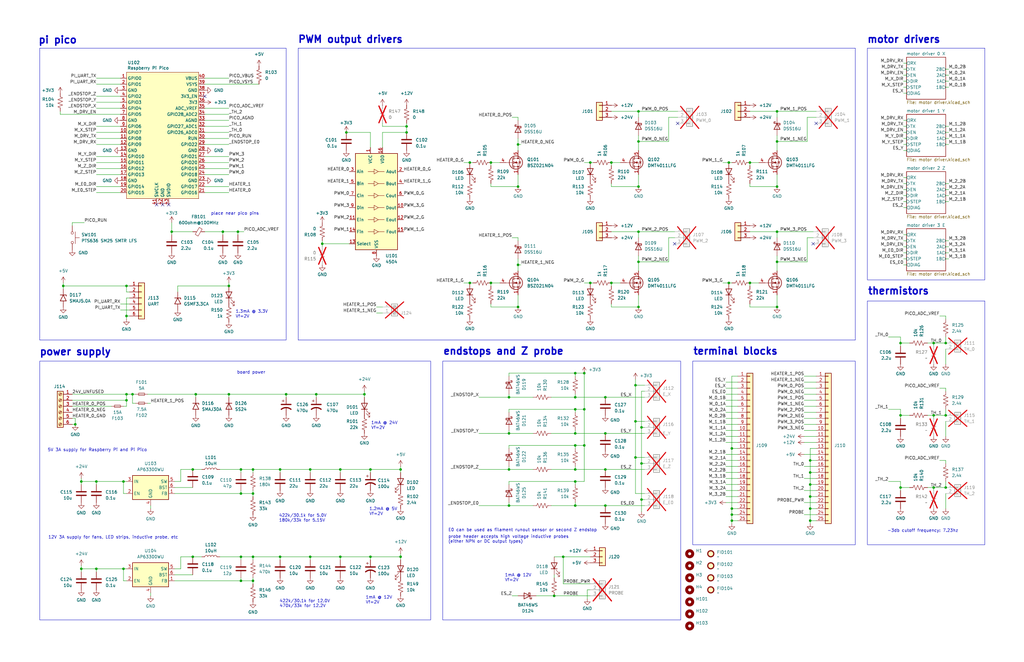
<source format=kicad_sch>
(kicad_sch (version 20231120) (generator "eeschema") (generator_version "8.0")
  (paper "USLedger")
  (title_block (title "pi pico printer board") (date "2024-09-13") (rev "1") (company "jackw01"))
  (lib_symbols
    (symbol "4xxx:4504"
      (property "Reference" "U" (at -7.62 21.59 0))
      (property "Value" "4504" (at 6.35 21.59 0))
      (symbol "4504_1_1"
        (pin power_in line (at -2.54 22.86 270) (length 2.54) (name "VCC") (number "1"))
        (pin output line (at 11.43 -2.54 180) (length 2.54) (name "Dout") (number "10"))
        (pin input line (at -11.43 -7.62 0) (length 2.54) (name "Ein") (number "11"))
        (pin output line (at 11.43 -7.62 180) (length 2.54) (name "Eout") (number "12"))
        (pin input line (at -11.43 -17.78 0) (length 2.54) (name "Select") (number "13"))
        (pin input line (at -11.43 -12.7 0) (length 2.54) (name "Fin") (number "14"))
        (pin output line (at 11.43 -12.7 180) (length 2.54) (name "Fout") (number "15"))
        (pin power_in line (at 2.54 22.86 270) (length 2.54) (name "VDD") (number "16"))
        (pin output line (at 11.43 12.7 180) (length 2.54) (name "Aout") (number "2"))
        (pin input line (at -11.43 12.7 0) (length 2.54) (name "Ain") (number "3"))
        (pin output line (at 11.43 7.62 180) (length 2.54) (name "Bout") (number "4"))
        (pin input line (at -11.43 7.62 0) (length 2.54) (name "Bin") (number "5"))
        (pin output line (at 11.43 2.54 180) (length 2.54) (name "Cout") (number "6"))
        (pin input line (at -11.43 2.54 0) (length 2.54) (name "Cin") (number "7"))
        (pin power_in line (at 0 -22.86 90) (length 2.54) (name "VSS") (number "8"))
        (pin input line (at -11.43 -2.54 0) (length 2.54) (name "Din") (number "9"))
      )
    )
    (symbol "Connector:Screw_Terminal_01x02" (pin_names (offset 1.016) hide)
      (property "Reference" "J" (at 0 2.54 0))
      (property "Value" "Screw_Terminal_01x02" (at 0 -5.08 0))
      (symbol "Screw_Terminal_01x02_1_1"
        (pin passive line (at -5.08 0 0) (length 3.81) (name "Pin_1") (number "1"))
        (pin passive line (at -5.08 -2.54 0) (length 3.81) (name "Pin_2") (number "2"))
      )
    )
    (symbol "Connector:Screw_Terminal_01x06" (pin_names (offset 1.016) hide)
      (property "Reference" "J" (at 0 7.62 0))
      (property "Value" "Screw_Terminal_01x06" (at 0 -10.16 0))
      (symbol "Screw_Terminal_01x06_1_1"
        (pin passive line (at -5.08 5.08 0) (length 3.81) (name "Pin_1") (number "1"))
        (pin passive line (at -5.08 2.54 0) (length 3.81) (name "Pin_2") (number "2"))
        (pin passive line (at -5.08 0 0) (length 3.81) (name "Pin_3") (number "3"))
        (pin passive line (at -5.08 -2.54 0) (length 3.81) (name "Pin_4") (number "4"))
        (pin passive line (at -5.08 -5.08 0) (length 3.81) (name "Pin_5") (number "5"))
        (pin passive line (at -5.08 -7.62 0) (length 3.81) (name "Pin_6") (number "6"))
      )
    )
    (symbol "Connector_Generic:Conn_01x02" (pin_names (offset 1.016) hide)
      (property "Reference" "J" (at 0 2.54 0))
      (property "Value" "Conn_01x02" (at 0 -5.08 0))
      (symbol "Conn_01x02_1_1"
        (pin passive line (at -5.08 0 0) (length 3.81) (name "Pin_1") (number "1"))
        (pin passive line (at -5.08 -2.54 0) (length 3.81) (name "Pin_2") (number "2"))
      )
    )
    (symbol "Connector_Generic:Conn_01x03" (pin_names (offset 1.016) hide)
      (property "Reference" "J" (at 0 5.08 0))
      (property "Value" "Conn_01x03" (at 0 -5.08 0))
      (symbol "Conn_01x03_1_1"
        (pin passive line (at -5.08 2.54 0) (length 3.81) (name "Pin_1") (number "1"))
        (pin passive line (at -5.08 0 0) (length 3.81) (name "Pin_2") (number "2"))
        (pin passive line (at -5.08 -2.54 0) (length 3.81) (name "Pin_3") (number "3"))
      )
    )
    (symbol "Connector_Generic:Conn_01x06" (pin_names (offset 1.016) hide)
      (property "Reference" "J" (at 0 7.62 0))
      (property "Value" "Conn_01x06" (at 0 -10.16 0))
      (symbol "Conn_01x06_1_1"
        (pin passive line (at -5.08 5.08 0) (length 3.81) (name "Pin_1") (number "1"))
        (pin passive line (at -5.08 2.54 0) (length 3.81) (name "Pin_2") (number "2"))
        (pin passive line (at -5.08 0 0) (length 3.81) (name "Pin_3") (number "3"))
        (pin passive line (at -5.08 -2.54 0) (length 3.81) (name "Pin_4") (number "4"))
        (pin passive line (at -5.08 -5.08 0) (length 3.81) (name "Pin_5") (number "5"))
        (pin passive line (at -5.08 -7.62 0) (length 3.81) (name "Pin_6") (number "6"))
      )
    )
    (symbol "Connector_Generic:Conn_01x25" (pin_names (offset 1.016) hide)
      (property "Reference" "J" (at 0 33.02 0))
      (property "Value" "Conn_01x25" (at 0 -33.02 0))
      (symbol "Conn_01x25_1_1"
        (pin passive line (at -5.08 30.48 0) (length 3.81) (name "Pin_1") (number "1"))
        (pin passive line (at -5.08 7.62 0) (length 3.81) (name "Pin_10") (number "10"))
        (pin passive line (at -5.08 5.08 0) (length 3.81) (name "Pin_11") (number "11"))
        (pin passive line (at -5.08 2.54 0) (length 3.81) (name "Pin_12") (number "12"))
        (pin passive line (at -5.08 0 0) (length 3.81) (name "Pin_13") (number "13"))
        (pin passive line (at -5.08 -2.54 0) (length 3.81) (name "Pin_14") (number "14"))
        (pin passive line (at -5.08 -5.08 0) (length 3.81) (name "Pin_15") (number "15"))
        (pin passive line (at -5.08 -7.62 0) (length 3.81) (name "Pin_16") (number "16"))
        (pin passive line (at -5.08 -10.16 0) (length 3.81) (name "Pin_17") (number "17"))
        (pin passive line (at -5.08 -12.7 0) (length 3.81) (name "Pin_18") (number "18"))
        (pin passive line (at -5.08 -15.24 0) (length 3.81) (name "Pin_19") (number "19"))
        (pin passive line (at -5.08 27.94 0) (length 3.81) (name "Pin_2") (number "2"))
        (pin passive line (at -5.08 -17.78 0) (length 3.81) (name "Pin_20") (number "20"))
        (pin passive line (at -5.08 -20.32 0) (length 3.81) (name "Pin_21") (number "21"))
        (pin passive line (at -5.08 -22.86 0) (length 3.81) (name "Pin_22") (number "22"))
        (pin passive line (at -5.08 -25.4 0) (length 3.81) (name "Pin_23") (number "23"))
        (pin passive line (at -5.08 -27.94 0) (length 3.81) (name "Pin_24") (number "24"))
        (pin passive line (at -5.08 -30.48 0) (length 3.81) (name "Pin_25") (number "25"))
        (pin passive line (at -5.08 25.4 0) (length 3.81) (name "Pin_3") (number "3"))
        (pin passive line (at -5.08 22.86 0) (length 3.81) (name "Pin_4") (number "4"))
        (pin passive line (at -5.08 20.32 0) (length 3.81) (name "Pin_5") (number "5"))
        (pin passive line (at -5.08 17.78 0) (length 3.81) (name "Pin_6") (number "6"))
        (pin passive line (at -5.08 15.24 0) (length 3.81) (name "Pin_7") (number "7"))
        (pin passive line (at -5.08 12.7 0) (length 3.81) (name "Pin_8") (number "8"))
        (pin passive line (at -5.08 10.16 0) (length 3.81) (name "Pin_9") (number "9"))
      )
    )
    (symbol "Device:C" (pin_numbers hide) (pin_names (offset 0.254))
      (property "Reference" "C" (at 0.635 2.54 0))
      (property "Value" "C" (at 0.635 -2.54 0))
      (symbol "C_1_1"
        (pin passive line (at 0 3.81 270) (length 2.794) (name "~") (number "1"))
        (pin passive line (at 0 -3.81 90) (length 2.794) (name "~") (number "2"))
      )
    )
    (symbol "Device:C_Polarized_US" (pin_numbers hide) (pin_names (offset 0.254) hide)
      (property "Reference" "C" (at 0.635 2.54 0))
      (property "Value" "C_Polarized_US" (at 0.635 -2.54 0))
      (symbol "C_Polarized_US_1_1"
        (pin passive line (at 0 3.81 270) (length 2.794) (name "~") (number "1"))
        (pin passive line (at 0 -3.81 90) (length 3.302) (name "~") (number "2"))
      )
    )
    (symbol "Device:FerriteBead_Small" (pin_numbers hide) (pin_names (offset 0))
      (property "Reference" "FB" (at 1.905 1.27 0))
      (property "Value" "FerriteBead_Small" (at 1.905 -1.27 0))
      (symbol "FerriteBead_Small_1_1"
        (pin passive line (at 0 2.54 270) (length 1.27) (name "~") (number "1"))
        (pin passive line (at 0 -2.54 90) (length 1.27) (name "~") (number "2"))
      )
    )
    (symbol "Device:Fuse_Small" (pin_numbers hide) (pin_names (offset 0.254) hide)
      (property "Reference" "F" (at 0 -1.524 0))
      (property "Value" "Fuse_Small" (at 0 1.524 0))
      (symbol "Fuse_Small_1_1"
        (pin passive line (at -2.54 0 0) (length 1.27) (name "~") (number "1"))
        (pin passive line (at 2.54 0 180) (length 1.27) (name "~") (number "2"))
      )
    )
    (symbol "Device:L" (pin_numbers hide) (pin_names (offset 1.016) hide)
      (property "Reference" "L" (at -1.27 0 90))
      (property "Value" "L" (at 1.905 0 90))
      (symbol "L_1_1"
        (pin passive line (at 0 3.81 270) (length 1.27) (name "1") (number "1"))
        (pin passive line (at 0 -3.81 90) (length 1.27) (name "2") (number "2"))
      )
    )
    (symbol "Device:LED" (pin_numbers hide) (pin_names (offset 1.016) hide)
      (property "Reference" "D" (at 0 2.54 0))
      (property "Value" "LED" (at 0 -2.54 0))
      (symbol "LED_1_1"
        (pin passive line (at -3.81 0 0) (length 2.54) (name "K") (number "1"))
        (pin passive line (at 3.81 0 180) (length 2.54) (name "A") (number "2"))
      )
    )
    (symbol "Device:R_US" (pin_numbers hide) (pin_names (offset 0))
      (property "Reference" "R" (at 2.54 0 90))
      (property "Value" "R_US" (at -2.54 0 90))
      (symbol "R_US_1_1"
        (pin passive line (at 0 3.81 270) (length 1.27) (name "~") (number "1"))
        (pin passive line (at 0 -3.81 90) (length 1.27) (name "~") (number "2"))
      )
    )
    (symbol "Diode:BAT54J" (pin_numbers hide) (pin_names (offset 1.016) hide)
      (property "Reference" "D" (at 0 2.54 0))
      (property "Value" "BAT54J" (at 0 -2.54 0))
      (symbol "BAT54J_1_1"
        (pin passive line (at -3.81 0 0) (length 2.54) (name "K") (number "1"))
        (pin passive line (at 3.81 0 180) (length 2.54) (name "A") (number "2"))
      )
    )
    (symbol "Diode:MBR0540" (pin_numbers hide) (pin_names (offset 1.016) hide)
      (property "Reference" "D" (at 0 2.54 0))
      (property "Value" "MBR0540" (at 0 -2.54 0))
      (symbol "MBR0540_1_1"
        (pin passive line (at -3.81 0 0) (length 2.54) (name "K") (number "1"))
        (pin passive line (at 3.81 0 180) (length 2.54) (name "A") (number "2"))
      )
    )
    (symbol "Diode:SMAJ28A" (pin_numbers hide) (pin_names (offset 1.016) hide)
      (property "Reference" "D" (at 0 2.54 0))
      (property "Value" "SMAJ28A" (at 0 -2.54 0))
      (symbol "SMAJ28A_1_1"
        (pin passive line (at -3.81 0 0) (length 2.54) (name "A1") (number "1"))
        (pin passive line (at 3.81 0 180) (length 2.54) (name "A2") (number "2"))
      )
    )
    (symbol "Diode:US2AA" (pin_numbers hide) (pin_names hide)
      (property "Reference" "D" (at 0 2.54 0))
      (property "Value" "US2AA" (at 0 -2.54 0))
      (symbol "US2AA_1_1"
        (pin passive line (at -3.81 0 0) (length 2.54) (name "K") (number "1"))
        (pin passive line (at 3.81 0 180) (length 2.54) (name "A") (number "2"))
      )
    )
    (symbol "Mechanical:Fiducial" (exclude_from_sim yes) (in_bom no)
      (property "Reference" "FID" (at 0 5.08 0))
      (property "Value" "Fiducial" (at 0 3.175 0))
    )
    (symbol "Mechanical:MountingHole" (pin_names (offset 1.016)) (exclude_from_sim yes) (in_bom no)
      (property "Reference" "H" (at 0 5.08 0))
      (property "Value" "MountingHole" (at 0 3.175 0))
    )
    (symbol "Regulator_Switching:AP63200WU"
      (property "Reference" "U" (at -7.62 6.35 0))
      (property "Value" "AP63200WU" (at 2.54 6.35 0))
      (symbol "AP63200WU_1_1"
        (pin input line (at 10.16 -2.54 180) (length 2.54) (name "FB") (number "1"))
        (pin input line (at -10.16 -2.54 0) (length 2.54) (name "EN") (number "2"))
        (pin power_in line (at -10.16 2.54 0) (length 2.54) (name "IN") (number "3"))
        (pin power_in line (at 0 -7.62 90) (length 2.54) (name "GND") (number "4"))
        (pin output line (at 10.16 2.54 180) (length 2.54) (name "SW") (number "5"))
        (pin passive line (at 10.16 0 180) (length 2.54) (name "BST") (number "6"))
      )
    )
    (symbol "Switch:SW_Push" (pin_numbers hide) (pin_names (offset 1.016) hide)
      (property "Reference" "SW" (at 1.27 2.54 0))
      (property "Value" "SW_Push" (at 0 -1.524 0))
      (symbol "SW_Push_0_1"
        (pin passive line (at -5.08 0 0) (length 2.54) (name "1") (number "1"))
        (pin passive line (at 5.08 0 180) (length 2.54) (name "2") (number "2"))
      )
    )
    (symbol "Transistor_FET:DMT6008LFG" (pin_names hide)
      (property "Reference" "Q" (at 5.08 1.905 0))
      (property "Value" "DMT6008LFG" (at 5.08 0 0))
      (symbol "DMT6008LFG_1_1"
        (pin passive line (at 2.54 -5.08 90) (length 2.54) (name "S") (number "1"))
        (pin passive line (at 2.54 -5.08 90) (length 2.54) hide (name "S") (number "2"))
        (pin passive line (at 2.54 -5.08 90) (length 2.54) hide (name "S") (number "3"))
        (pin passive line (at -5.08 0 0) (length 2.54) (name "G") (number "4"))
        (pin passive line (at 2.54 5.08 270) (length 2.54) (name "D") (number "5"))
      )
    )
    (symbol "pipico:Pico"
      (property "Reference" "U101" (at -0.254 28.448 0))
      (symbol "Pico_1_1"
        (pin bidirectional line (at -17.78 24.13 0) (length 2.54) (name "GPIO0") (number "1"))
        (pin bidirectional line (at -17.78 1.27 0) (length 2.54) (name "GPIO7") (number "10"))
        (pin bidirectional line (at -17.78 -1.27 0) (length 2.54) (name "GPIO8") (number "11"))
        (pin bidirectional line (at -17.78 -3.81 0) (length 2.54) (name "GPIO9") (number "12"))
        (pin power_in line (at -17.78 -6.35 0) (length 2.54) (name "GND") (number "13"))
        (pin bidirectional line (at -17.78 -8.89 0) (length 2.54) (name "GPIO10") (number "14"))
        (pin bidirectional line (at -17.78 -11.43 0) (length 2.54) (name "GPIO11") (number "15"))
        (pin bidirectional line (at -17.78 -13.97 0) (length 2.54) (name "GPIO12") (number "16"))
        (pin bidirectional line (at -17.78 -16.51 0) (length 2.54) (name "GPIO13") (number "17"))
        (pin power_in line (at -17.78 -19.05 0) (length 2.54) (name "GND") (number "18"))
        (pin bidirectional line (at -17.78 -21.59 0) (length 2.54) (name "GPIO14") (number "19"))
        (pin bidirectional line (at -17.78 21.59 0) (length 2.54) (name "GPIO1") (number "2"))
        (pin bidirectional line (at -17.78 -24.13 0) (length 2.54) (name "GPIO15") (number "20"))
        (pin bidirectional line (at 17.78 -24.13 180) (length 2.54) (name "GPIO16") (number "21"))
        (pin bidirectional line (at 17.78 -21.59 180) (length 2.54) (name "GPIO17") (number "22"))
        (pin power_in line (at 17.78 -19.05 180) (length 2.54) (name "GND") (number "23"))
        (pin bidirectional line (at 17.78 -16.51 180) (length 2.54) (name "GPIO18") (number "24"))
        (pin bidirectional line (at 17.78 -13.97 180) (length 2.54) (name "GPIO19") (number "25"))
        (pin bidirectional line (at 17.78 -11.43 180) (length 2.54) (name "GPIO20") (number "26"))
        (pin bidirectional line (at 17.78 -8.89 180) (length 2.54) (name "GPIO21") (number "27"))
        (pin power_in line (at 17.78 -6.35 180) (length 2.54) (name "GND") (number "28"))
        (pin bidirectional line (at 17.78 -3.81 180) (length 2.54) (name "GPIO22") (number "29"))
        (pin power_in line (at -17.78 19.05 0) (length 2.54) (name "GND") (number "3"))
        (pin input line (at 17.78 -1.27 180) (length 2.54) (name "RUN") (number "30"))
        (pin bidirectional line (at 17.78 1.27 180) (length 2.54) (name "GPIO26_ADC0") (number "31"))
        (pin bidirectional line (at 17.78 3.81 180) (length 2.54) (name "GPIO27_ADC1") (number "32"))
        (pin power_in line (at 17.78 6.35 180) (length 2.54) (name "AGND") (number "33"))
        (pin bidirectional line (at 17.78 8.89 180) (length 2.54) (name "GPIO28_ADC2") (number "34"))
        (pin power_in line (at 17.78 11.43 180) (length 2.54) (name "ADC_VREF") (number "35"))
        (pin power_in line (at 17.78 13.97 180) (length 2.54) (name "3V3") (number "36"))
        (pin input line (at 17.78 16.51 180) (length 2.54) (name "3V3_EN") (number "37"))
        (pin bidirectional line (at 17.78 19.05 180) (length 2.54) (name "GND") (number "38"))
        (pin power_in line (at 17.78 21.59 180) (length 2.54) (name "VSYS") (number "39"))
        (pin bidirectional line (at -17.78 16.51 0) (length 2.54) (name "GPIO2") (number "4"))
        (pin power_in line (at 17.78 24.13 180) (length 2.54) (name "VBUS") (number "40"))
        (pin input line (at -2.54 -29.21 90) (length 2.54) (name "SWCLK") (number "41"))
        (pin power_in line (at 0 -29.21 90) (length 2.54) (name "GND") (number "42"))
        (pin bidirectional line (at 2.54 -29.21 90) (length 2.54) (name "SWDIO") (number "43"))
        (pin bidirectional line (at -17.78 13.97 0) (length 2.54) (name "GPIO3") (number "5"))
        (pin bidirectional line (at -17.78 11.43 0) (length 2.54) (name "GPIO4") (number "6"))
        (pin bidirectional line (at -17.78 8.89 0) (length 2.54) (name "GPIO5") (number "7"))
        (pin power_in line (at -17.78 6.35 0) (length 2.54) (name "GND") (number "8"))
        (pin bidirectional line (at -17.78 3.81 0) (length 2.54) (name "GPIO6") (number "9"))
      )
    )
    (symbol "power:+12V" (power) (pin_numbers hide) (pin_names (offset 0) hide)
      (property "Value" "+12V" (at 0 3.556 0))
      (symbol "+12V_1_1"
        (pin power_in line (at 0 0 90) (length 0) (name "~") (number "1"))
      )
    )
    (symbol "power:+24V" (power) (pin_numbers hide) (pin_names (offset 0) hide)
      (property "Value" "+24V" (at 0 3.556 0))
      (symbol "+24V_1_1"
        (pin power_in line (at 0 0 90) (length 0) (name "~") (number "1"))
      )
    )
    (symbol "power:+3V3" (power) (pin_names (offset 0))
      (property "Value" "+3V3" (at 0 3.556 0))
      (symbol "+3V3_1_1"
        (pin power_in line (at 0 0 90) (length 0) hide (name "+3V3") (number "1"))
      )
    )
    (symbol "power:+5V" (power) (pin_numbers hide) (pin_names (offset 0) hide)
      (property "Value" "+5V" (at 0 3.556 0))
      (symbol "+5V_1_1"
        (pin power_in line (at 0 0 90) (length 0) (name "~") (number "1"))
      )
    )
    (symbol "power:GND" (power) (pin_names (offset 0))
      (property "Value" "GND" (at 0 -3.81 0))
      (symbol "GND_1_1"
        (pin power_in line (at 0 0 270) (length 0) hide (name "GND") (number "1"))
      )
    )
  )
  (junction (at 255.27 167.64))
  (junction (at 214.63 182.88))
  (junction (at 327.66 97.79))
  (junction (at 133.35 166.37))
  (junction (at 233.68 251.46))
  (junction (at 267.97 177.8))
  (junction (at 398.78 175.26))
  (junction (at 40.64 203.2))
  (junction (at 26.67 120.65))
  (junction (at 341.63 214.63))
  (junction (at 214.63 213.36))
  (junction (at 156.21 234.95))
  (junction (at 101.6 234.95))
  (junction (at 171.45 55.88))
  (junction (at 34.29 203.2))
  (junction (at 242.57 182.88))
  (junction (at 267.97 193.04))
  (junction (at 246.38 157.48))
  (junction (at 398.78 144.78))
  (junction (at 341.63 199.39))
  (junction (at 130.81 234.95))
  (junction (at 308.61 219.71))
  (junction (at 308.61 214.63))
  (junction (at 308.61 217.17))
  (junction (at 106.68 208.28))
  (junction (at 269.24 97.79))
  (junction (at 269.24 59.69))
  (junction (at 52.07 203.2))
  (junction (at 153.67 166.37))
  (junction (at 267.97 162.56))
  (junction (at 106.68 245.11))
  (junction (at 248.92 68.58))
  (junction (at 327.66 59.69))
  (junction (at 100.33 97.79))
  (junction (at 101.6 208.28))
  (junction (at 255.27 182.88))
  (junction (at 96.52 120.65))
  (junction (at 242.57 203.2))
  (junction (at 101.6 245.11))
  (junction (at 171.45 53.34))
  (junction (at 246.38 172.72))
  (junction (at 242.57 213.36))
  (junction (at 93.98 97.79))
  (junction (at 393.7 144.78))
  (junction (at 269.24 129.54))
  (junction (at 341.63 194.31))
  (junction (at 81.28 234.95))
  (junction (at 341.63 204.47))
  (junction (at 308.61 189.23))
  (junction (at 101.6 198.12))
  (junction (at 398.78 205.74))
  (junction (at 270.51 210.82))
  (junction (at 81.28 198.12))
  (junction (at 237.49 234.95))
  (junction (at 72.39 97.79))
  (junction (at 120.65 166.37))
  (junction (at 248.92 119.38))
  (junction (at 316.23 119.38))
  (junction (at 52.07 240.03))
  (junction (at 207.01 68.58))
  (junction (at 246.38 187.96))
  (junction (at 307.34 119.38))
  (junction (at 316.23 68.58))
  (junction (at 270.51 195.58))
  (junction (at 218.44 60.96))
  (junction (at 257.81 119.38))
  (junction (at 214.63 167.64))
  (junction (at 168.91 234.95))
  (junction (at 218.44 111.76))
  (junction (at 218.44 129.54))
  (junction (at 269.24 78.74))
  (junction (at 327.66 129.54))
  (junction (at 198.12 119.38))
  (junction (at 135.89 102.87))
  (junction (at 393.7 175.26))
  (junction (at 55.88 166.37))
  (junction (at 269.24 46.99))
  (junction (at 146.05 55.88))
  (junction (at 53.34 166.37))
  (junction (at 168.91 198.12))
  (junction (at 379.73 144.78))
  (junction (at 327.66 78.74))
  (junction (at 143.51 234.95))
  (junction (at 156.21 198.12))
  (junction (at 242.57 157.48))
  (junction (at 40.64 240.03))
  (junction (at 34.29 240.03))
  (junction (at 307.34 68.58))
  (junction (at 143.51 198.12))
  (junction (at 82.55 166.37))
  (junction (at 130.81 198.12))
  (junction (at 207.01 119.38))
  (junction (at 118.11 234.95))
  (junction (at 255.27 213.36))
  (junction (at 255.27 198.12))
  (junction (at 393.7 205.74))
  (junction (at 53.34 168.91))
  (junction (at 96.52 166.37))
  (junction (at 106.68 234.95))
  (junction (at 106.68 198.12))
  (junction (at 242.57 172.72))
  (junction (at 198.12 68.58))
  (junction (at 53.34 133.35))
  (junction (at 270.51 180.34))
  (junction (at 242.57 167.64))
  (junction (at 327.66 110.49))
  (junction (at 327.66 46.99))
  (junction (at 341.63 209.55))
  (junction (at 379.73 205.74))
  (junction (at 341.63 219.71))
  (junction (at 214.63 198.12))
  (junction (at 269.24 110.49))
  (junction (at 53.34 120.65))
  (junction (at 118.11 198.12))
  (junction (at 31.75 179.07))
  (junction (at 242.57 187.96))
  (junction (at 242.57 198.12))
  (junction (at 379.73 175.26))
  (junction (at 257.81 68.58))
  (junction (at 218.44 78.74))
  (no_connect (at 344.17 52.07))
  (no_connect (at 285.75 52.07))
  (no_connect (at 86.36 40.64))
  (no_connect (at 342.9 102.87))
  (no_connect (at 71.12 86.36))
  (no_connect (at 66.04 86.36))
  (no_connect (at 68.58 86.36))
  (no_connect (at 284.48 102.87))
  (wire (pts (xy 40.64 58.42) (xy 50.8 58.42)))
  (wire (pts (xy 130.81 198.12) (xy 143.51 198.12)))
  (wire (pts (xy 242.57 181.61) (xy 242.57 182.88)))
  (wire (pts (xy 106.68 198.12) (xy 118.11 198.12)))
  (wire (pts (xy 327.66 100.33) (xy 327.66 97.79)))
  (wire (pts (xy 53.34 134.62) (xy 53.34 133.35)))
  (wire (pts (xy 341.63 194.31) (xy 344.17 194.31)))
  (wire (pts (xy 40.64 43.18) (xy 50.8 43.18)))
  (wire (pts (xy 379.73 175.26) (xy 383.54 175.26)))
  (wire (pts (xy 257.81 128.27) (xy 257.81 129.54)))
  (wire (pts (xy 269.24 59.69) (xy 269.24 63.5)))
  (wire (pts (xy 257.81 119.38) (xy 261.62 119.38)))
  (wire (pts (xy 207.01 129.54) (xy 218.44 129.54)))
  (wire (pts (xy 391.16 175.26) (xy 393.7 175.26)))
  (wire (pts (xy 341.63 189.23) (xy 341.63 194.31)))
  (wire (pts (xy 379.73 144.78) (xy 383.54 144.78)))
  (wire (pts (xy 379.73 205.74) (xy 379.73 207.01)))
  (wire (pts (xy 339.09 201.93) (xy 344.17 201.93)))
  (wire (pts (xy 246.38 187.96) (xy 242.57 187.96)))
  (wire (pts (xy 308.61 219.71) (xy 308.61 217.17)))
  (wire (pts (xy 308.61 214.63) (xy 311.15 214.63)))
  (wire (pts (xy 327.66 97.79) (xy 342.9 97.79)))
  (wire (pts (xy 242.57 157.48) (xy 242.57 158.75)))
  (wire (pts (xy 218.44 100.33) (xy 215.9 100.33)))
  (wire (pts (xy 269.24 100.33) (xy 269.24 97.79)))
  (wire (pts (xy 30.48 166.37) (xy 53.34 166.37)))
  (wire (pts (xy 40.64 78.74) (xy 50.8 78.74)))
  (wire (pts (xy 381 109.22) (xy 382.27 109.22)))
  (wire (pts (xy 26.67 120.65) (xy 53.34 120.65)))
  (wire (pts (xy 270.51 165.1) (xy 270.51 180.34)))
  (wire (pts (xy 242.57 182.88) (xy 255.27 182.88)))
  (wire (pts (xy 281.94 110.49) (xy 269.24 110.49)))
  (wire (pts (xy 93.98 97.79) (xy 100.33 97.79)))
  (wire (pts (xy 327.66 46.99) (xy 344.17 46.99)))
  (wire (pts (xy 270.51 195.58) (xy 271.78 195.58)))
  (wire (pts (xy 201.93 213.36) (xy 214.63 213.36)))
  (wire (pts (xy 106.68 245.11) (xy 106.68 243.84)))
  (wire (pts (xy 270.51 195.58) (xy 270.51 210.82)))
  (wire (pts (xy 242.57 187.96) (xy 214.63 187.96)))
  (wire (pts (xy 232.41 198.12) (xy 242.57 198.12)))
  (wire (pts (xy 400.05 109.22) (xy 398.78 109.22)))
  (wire (pts (xy 40.64 60.96) (xy 50.8 60.96)))
  (wire (pts (xy 96.52 119.38) (xy 96.52 120.65)))
  (wire (pts (xy 393.7 205.74) (xy 398.78 205.74)))
  (wire (pts (xy 257.81 97.79) (xy 269.24 97.79)))
  (wire (pts (xy 101.6 198.12) (xy 106.68 198.12)))
  (wire (pts (xy 50.8 128.27) (xy 54.61 128.27)))
  (wire (pts (xy 218.44 78.74) (xy 218.44 73.66)))
  (wire (pts (xy 270.51 180.34) (xy 271.78 180.34)))
  (wire (pts (xy 40.64 66.04) (xy 50.8 66.04)))
  (wire (pts (xy 269.24 110.49) (xy 269.24 114.3)))
  (wire (pts (xy 161.29 129.54) (xy 158.75 129.54)))
  (wire (pts (xy 339.09 173.99) (xy 344.17 173.99)))
  (wire (pts (xy 55.88 170.18) (xy 57.15 170.18)))
  (wire (pts (xy 106.68 245.11) (xy 106.68 246.38)))
  (wire (pts (xy 306.07 171.45) (xy 311.15 171.45)))
  (wire (pts (xy 316.23 78.74) (xy 327.66 78.74)))
  (wire (pts (xy 269.24 78.74) (xy 269.24 73.66)))
  (wire (pts (xy 306.07 168.91) (xy 311.15 168.91)))
  (wire (pts (xy 201.93 182.88) (xy 214.63 182.88)))
  (wire (pts (xy 250.19 68.58) (xy 248.92 68.58)))
  (wire (pts (xy 381 36.83) (xy 382.27 36.83)))
  (wire (pts (xy 207.01 120.65) (xy 207.01 119.38)))
  (wire (pts (xy 86.36 66.04) (xy 96.52 66.04)))
  (wire (pts (xy 82.55 166.37) (xy 96.52 166.37)))
  (wire (pts (xy 63.5 170.18) (xy 62.23 170.18)))
  (wire (pts (xy 381 29.21) (xy 382.27 29.21)))
  (wire (pts (xy 316.23 128.27) (xy 316.23 129.54)))
  (wire (pts (xy 52.07 240.03) (xy 52.07 245.11)))
  (wire (pts (xy 118.11 198.12) (xy 130.81 198.12)))
  (wire (pts (xy 106.68 198.12) (xy 106.68 199.39)))
  (wire (pts (xy 341.63 214.63) (xy 341.63 219.71)))
  (wire (pts (xy 246.38 187.96) (xy 246.38 203.2)))
  (wire (pts (xy 398.78 133.35) (xy 398.78 134.62)))
  (wire (pts (xy 257.81 68.58) (xy 261.62 68.58)))
  (wire (pts (xy 171.45 53.34) (xy 171.45 55.88)))
  (wire (pts (xy 31.75 176.53) (xy 31.75 179.07)))
  (wire (pts (xy 316.23 69.85) (xy 316.23 68.58)))
  (wire (pts (xy 31.75 179.07) (xy 30.48 179.07)))
  (wire (pts (xy 242.57 198.12) (xy 242.57 196.85)))
  (wire (pts (xy 53.34 123.19) (xy 53.34 120.65)))
  (wire (pts (xy 257.81 129.54) (xy 269.24 129.54)))
  (wire (pts (xy 400.05 80.01) (xy 398.78 80.01)))
  (wire (pts (xy 246.38 203.2) (xy 242.57 203.2)))
  (wire (pts (xy 207.01 78.74) (xy 218.44 78.74)))
  (wire (pts (xy 92.71 234.95) (xy 101.6 234.95)))
  (wire (pts (xy 255.27 182.88) (xy 271.78 182.88)))
  (wire (pts (xy 267.97 177.8) (xy 271.78 177.8)))
  (wire (pts (xy 50.8 73.66) (xy 40.64 73.66)))
  (wire (pts (xy 201.93 167.64) (xy 214.63 167.64)))
  (wire (pts (xy 327.66 59.69) (xy 327.66 63.5)))
  (wire (pts (xy 118.11 234.95) (xy 130.81 234.95)))
  (wire (pts (xy 255.27 198.12) (xy 271.78 198.12)))
  (wire (pts (xy 306.07 163.83) (xy 311.15 163.83)))
  (wire (pts (xy 40.64 55.88) (xy 50.8 55.88)))
  (wire (pts (xy 214.63 198.12) (xy 224.79 198.12)))
  (wire (pts (xy 308.61 219.71) (xy 311.15 219.71)))
  (wire (pts (xy 214.63 187.96) (xy 214.63 189.23)))
  (wire (pts (xy 306.07 191.77) (xy 311.15 191.77)))
  (wire (pts (xy 391.16 144.78) (xy 393.7 144.78)))
  (wire (pts (xy 400.05 104.14) (xy 398.78 104.14)))
  (wire (pts (xy 156.21 198.12) (xy 143.51 198.12)))
  (wire (pts (xy 214.63 167.64) (xy 224.79 167.64)))
  (wire (pts (xy 393.7 205.74) (xy 393.7 207.01)))
  (wire (pts (xy 156.21 198.12) (xy 156.21 199.39)))
  (wire (pts (xy 400.05 85.09) (xy 398.78 85.09)))
  (wire (pts (xy 207.01 68.58) (xy 210.82 68.58)))
  (wire (pts (xy 214.63 212.09) (xy 214.63 213.36)))
  (wire (pts (xy 257.81 69.85) (xy 257.81 68.58)))
  (wire (pts (xy 199.39 119.38) (xy 198.12 119.38)))
  (wire (pts (xy 86.36 71.12) (xy 96.52 71.12)))
  (wire (pts (xy 242.57 172.72) (xy 214.63 172.72)))
  (wire (pts (xy 306.07 166.37) (xy 311.15 166.37)))
  (wire (pts (xy 339.09 184.15) (xy 344.17 184.15)))
  (wire (pts (xy 198.12 68.58) (xy 199.39 68.58)))
  (wire (pts (xy 381 101.6) (xy 382.27 101.6)))
  (wire (pts (xy 379.73 172.72) (xy 379.73 175.26)))
  (wire (pts (xy 398.78 177.8) (xy 398.78 184.15)))
  (wire (pts (xy 118.11 198.12) (xy 118.11 199.39)))
  (wire (pts (xy 340.36 110.49) (xy 327.66 110.49)))
  (wire (pts (xy 281.94 49.53) (xy 281.94 59.69)))
  (wire (pts (xy 168.91 196.85) (xy 168.91 198.12)))
  (wire (pts (xy 86.36 81.28) (xy 96.52 81.28)))
  (wire (pts (xy 207.01 128.27) (xy 207.01 129.54)))
  (wire (pts (xy 341.63 219.71) (xy 344.17 219.71)))
  (wire (pts (xy 118.11 234.95) (xy 118.11 236.22)))
  (wire (pts (xy 207.01 119.38) (xy 210.82 119.38)))
  (wire (pts (xy 218.44 129.54) (xy 218.44 124.46)))
  (wire (pts (xy 307.34 68.58) (xy 304.8 68.58)))
  (wire (pts (xy 232.41 182.88) (xy 242.57 182.88)))
  (wire (pts (xy 255.27 213.36) (xy 271.78 213.36)))
  (wire (pts (xy 26.67 120.65) (xy 26.67 121.92)))
  (wire (pts (xy 381 26.67) (xy 382.27 26.67)))
  (wire (pts (xy 306.07 201.93) (xy 311.15 201.93)))
  (wire (pts (xy 86.36 53.34) (xy 96.52 53.34)))
  (wire (pts (xy 53.34 125.73) (xy 54.61 125.73)))
  (wire (pts (xy 269.24 49.53) (xy 269.24 46.99)))
  (wire (pts (xy 81.28 198.12) (xy 85.09 198.12)))
  (wire (pts (xy 339.09 179.07) (xy 344.17 179.07)))
  (wire (pts (xy 339.09 196.85) (xy 344.17 196.85)))
  (wire (pts (xy 34.29 240.03) (xy 34.29 241.3)))
  (wire (pts (xy 381 106.68) (xy 382.27 106.68)))
  (wire (pts (xy 76.2 198.12) (xy 81.28 198.12)))
  (wire (pts (xy 63.5 214.63) (xy 63.5 213.36)))
  (wire (pts (xy 156.21 234.95) (xy 143.51 234.95)))
  (wire (pts (xy 269.24 129.54) (xy 269.24 124.46)))
  (wire (pts (xy 63.5 251.46) (xy 63.5 250.19)))
  (wire (pts (xy 308.61 189.23) (xy 308.61 214.63)))
  (wire (pts (xy 135.89 101.6) (xy 135.89 102.87)))
  (wire (pts (xy 341.63 204.47) (xy 341.63 199.39)))
  (wire (pts (xy 381 55.88) (xy 382.27 55.88)))
  (wire (pts (xy 316.23 46.99) (xy 327.66 46.99)))
  (wire (pts (xy 73.66 203.2) (xy 76.2 203.2)))
  (wire (pts (xy 218.44 49.53) (xy 215.9 49.53)))
  (wire (pts (xy 247.65 248.92) (xy 248.92 248.92)))
  (wire (pts (xy 214.63 196.85) (xy 214.63 198.12)))
  (wire (pts (xy 339.09 163.83) (xy 344.17 163.83)))
  (wire (pts (xy 143.51 234.95) (xy 143.51 236.22)))
  (wire (pts (xy 143.51 198.12) (xy 143.51 199.39)))
  (wire (pts (xy 86.36 97.79) (xy 93.98 97.79)))
  (wire (pts (xy 237.49 234.95) (xy 237.49 246.38)))
  (wire (pts (xy 161.29 55.88) (xy 161.29 62.23)))
  (wire (pts (xy 342.9 100.33) (xy 340.36 100.33)))
  (wire (pts (xy 62.23 166.37) (xy 82.55 166.37)))
  (wire (pts (xy 327.66 49.53) (xy 327.66 46.99)))
  (wire (pts (xy 381 99.06) (xy 382.27 99.06)))
  (wire (pts (xy 339.09 166.37) (xy 344.17 166.37)))
  (wire (pts (xy 339.09 191.77) (xy 344.17 191.77)))
  (wire (pts (xy 40.64 68.58) (xy 50.8 68.58)))
  (wire (pts (xy 398.78 203.2) (xy 398.78 205.74)))
  (wire (pts (xy 106.68 208.28) (xy 106.68 209.55)))
  (wire (pts (xy 74.93 123.19) (xy 74.93 120.65)))
  (wire (pts (xy 40.64 240.03) (xy 52.07 240.03)))
  (wire (pts (xy 133.35 166.37) (xy 133.35 167.64)))
  (wire (pts (xy 339.09 212.09) (xy 344.17 212.09)))
  (wire (pts (xy 327.66 129.54) (xy 327.66 124.46)))
  (wire (pts (xy 308.61 158.75) (xy 308.61 189.23)))
  (wire (pts (xy 76.2 240.03) (xy 76.2 234.95)))
  (wire (pts (xy 53.34 133.35) (xy 54.61 133.35)))
  (wire (pts (xy 242.57 187.96) (xy 242.57 189.23)))
  (wire (pts (xy 218.44 58.42) (xy 218.44 60.96)))
  (wire (pts (xy 316.23 68.58) (xy 320.04 68.58)))
  (wire (pts (xy 281.94 100.33) (xy 281.94 110.49)))
  (wire (pts (xy 40.64 35.56) (xy 50.8 35.56)))
  (wire (pts (xy 106.68 234.95) (xy 106.68 236.22)))
  (wire (pts (xy 218.44 109.22) (xy 218.44 111.76)))
  (wire (pts (xy 86.36 73.66) (xy 96.52 73.66)))
  (wire (pts (xy 153.67 166.37) (xy 153.67 167.64)))
  (wire (pts (xy 86.36 55.88) (xy 96.52 55.88)))
  (wire (pts (xy 316.23 120.65) (xy 316.23 119.38)))
  (wire (pts (xy 40.64 240.03) (xy 40.64 241.3)))
  (wire (pts (xy 86.36 45.72) (xy 96.52 45.72)))
  (wire (pts (xy 86.36 33.02) (xy 96.52 33.02)))
  (wire (pts (xy 308.61 217.17) (xy 311.15 217.17)))
  (wire (pts (xy 30.48 168.91) (xy 53.34 168.91)))
  (wire (pts (xy 53.34 166.37) (xy 53.34 168.91)))
  (wire (pts (xy 327.66 57.15) (xy 327.66 59.69)))
  (wire (pts (xy 226.06 251.46) (xy 233.68 251.46)))
  (wire (pts (xy 214.63 203.2) (xy 214.63 204.47)))
  (wire (pts (xy 381 80.01) (xy 382.27 80.01)))
  (wire (pts (xy 72.39 97.79) (xy 81.28 97.79)))
  (wire (pts (xy 339.09 186.69) (xy 344.17 186.69)))
  (wire (pts (xy 341.63 204.47) (xy 344.17 204.47)))
  (wire (pts (xy 339.09 217.17) (xy 344.17 217.17)))
  (wire (pts (xy 218.44 111.76) (xy 218.44 114.3)))
  (wire (pts (xy 101.6 208.28) (xy 106.68 208.28)))
  (wire (pts (xy 96.52 166.37) (xy 96.52 167.64)))
  (wire (pts (xy 101.6 245.11) (xy 73.66 245.11)))
  (wire (pts (xy 341.63 209.55) (xy 344.17 209.55)))
  (wire (pts (xy 246.38 172.72) (xy 246.38 187.96)))
  (wire (pts (xy 398.78 194.31) (xy 398.78 195.58)))
  (wire (pts (xy 306.07 186.69) (xy 311.15 186.69)))
  (wire (pts (xy 339.09 181.61) (xy 344.17 181.61)))
  (wire (pts (xy 52.07 208.28) (xy 53.34 208.28)))
  (wire (pts (xy 381 63.5) (xy 382.27 63.5)))
  (wire (pts (xy 398.78 163.83) (xy 398.78 165.1)))
  (wire (pts (xy 246.38 172.72) (xy 242.57 172.72)))
  (wire (pts (xy 393.7 144.78) (xy 393.7 146.05)))
  (wire (pts (xy 242.57 198.12) (xy 255.27 198.12)))
  (wire (pts (xy 381 87.63) (xy 382.27 87.63)))
  (wire (pts (xy 381 58.42) (xy 382.27 58.42)))
  (wire (pts (xy 120.65 166.37) (xy 133.35 166.37)))
  (wire (pts (xy 379.73 175.26) (xy 379.73 176.53)))
  (wire (pts (xy 76.2 203.2) (xy 76.2 198.12)))
  (wire (pts (xy 218.44 49.53) (xy 218.44 50.8)))
  (wire (pts (xy 340.36 49.53) (xy 340.36 59.69)))
  (wire (pts (xy 396.24 133.35) (xy 398.78 133.35)))
  (wire (pts (xy 55.88 166.37) (xy 55.88 170.18)))
  (wire (pts (xy 281.94 59.69) (xy 269.24 59.69)))
  (wire (pts (xy 393.7 175.26) (xy 398.78 175.26)))
  (wire (pts (xy 381 85.09) (xy 382.27 85.09)))
  (wire (pts (xy 34.29 201.93) (xy 34.29 203.2)))
  (wire (pts (xy 168.91 198.12) (xy 168.91 199.39)))
  (wire (pts (xy 101.6 208.28) (xy 101.6 207.01)))
  (wire (pts (xy 72.39 93.98) (xy 72.39 97.79)))
  (wire (pts (xy 218.44 60.96) (xy 219.71 60.96)))
  (wire (pts (xy 381 77.47) (xy 382.27 77.47)))
  (wire (pts (xy 381 31.75) (xy 382.27 31.75)))
  (wire (pts (xy 306.07 179.07) (xy 311.15 179.07)))
  (wire (pts (xy 55.88 166.37) (xy 57.15 166.37)))
  (wire (pts (xy 306.07 207.01) (xy 311.15 207.01)))
  (wire (pts (xy 257.81 78.74) (xy 269.24 78.74)))
  (wire (pts (xy 400.05 101.6) (xy 398.78 101.6)))
  (wire (pts (xy 195.58 68.58) (xy 198.12 68.58)))
  (wire (pts (xy 327.66 78.74) (xy 327.66 73.66)))
  (wire (pts (xy 306.07 176.53) (xy 311.15 176.53)))
  (wire (pts (xy 242.57 157.48) (xy 214.63 157.48)))
  (wire (pts (xy 242.57 213.36) (xy 255.27 213.36)))
  (wire (pts (xy 398.78 208.28) (xy 398.78 214.63)))
  (wire (pts (xy 242.57 203.2) (xy 214.63 203.2)))
  (wire (pts (xy 316.23 119.38) (xy 320.04 119.38)))
  (wire (pts (xy 381 53.34) (xy 382.27 53.34)))
  (wire (pts (xy 156.21 234.95) (xy 156.21 236.22)))
  (wire (pts (xy 327.66 107.95) (xy 327.66 110.49)))
  (wire (pts (xy 50.8 130.81) (xy 54.61 130.81)))
  (wire (pts (xy 248.92 68.58) (xy 246.38 68.58)))
  (wire (pts (xy 379.73 205.74) (xy 383.54 205.74)))
  (wire (pts (xy 379.73 144.78) (xy 379.73 146.05)))
  (wire (pts (xy 400.05 106.68) (xy 398.78 106.68)))
  (wire (pts (xy 398.78 142.24) (xy 398.78 144.78)))
  (wire (pts (xy 269.24 107.95) (xy 269.24 110.49)))
  (wire (pts (xy 391.16 205.74) (xy 393.7 205.74)))
  (wire (pts (xy 133.35 166.37) (xy 153.67 166.37)))
  (wire (pts (xy 54.61 123.19) (xy 53.34 123.19)))
  (wire (pts (xy 271.78 165.1) (xy 270.51 165.1)))
  (wire (pts (xy 106.68 234.95) (xy 118.11 234.95)))
  (wire (pts (xy 257.81 46.99) (xy 269.24 46.99)))
  (wire (pts (xy 96.52 166.37) (xy 120.65 166.37)))
  (wire (pts (xy 400.05 77.47) (xy 398.78 77.47)))
  (wire (pts (xy 86.36 78.74) (xy 96.52 78.74)))
  (wire (pts (xy 242.57 167.64) (xy 242.57 166.37)))
  (wire (pts (xy 81.28 234.95) (xy 85.09 234.95)))
  (wire (pts (xy 135.89 102.87) (xy 147.32 102.87)))
  (wire (pts (xy 101.6 198.12) (xy 101.6 199.39)))
  (wire (pts (xy 86.36 58.42) (xy 96.52 58.42)))
  (wire (pts (xy 232.41 213.36) (xy 242.57 213.36)))
  (wire (pts (xy 255.27 167.64) (xy 271.78 167.64)))
  (wire (pts (xy 339.09 161.29) (xy 344.17 161.29)))
  (wire (pts (xy 214.63 182.88) (xy 224.79 182.88)))
  (wire (pts (xy 86.36 35.56) (xy 109.22 35.56)))
  (wire (pts (xy 101.6 245.11) (xy 101.6 243.84)))
  (wire (pts (xy 168.91 233.68) (xy 168.91 234.95)))
  (wire (pts (xy 161.29 52.07) (xy 161.29 53.34)))
  (wire (pts (xy 267.97 193.04) (xy 267.97 208.28)))
  (wire (pts (xy 156.21 55.88) (xy 156.21 62.23)))
  (wire (pts (xy 269.24 97.79) (xy 284.48 97.79)))
  (wire (pts (xy 308.61 189.23) (xy 311.15 189.23)))
  (wire (pts (xy 30.48 93.98) (xy 35.56 93.98)))
  (wire (pts (xy 135.89 104.14) (xy 135.89 102.87)))
  (wire (pts (xy 93.98 97.79) (xy 93.98 99.06)))
  (wire (pts (xy 53.34 125.73) (xy 53.34 133.35)))
  (wire (pts (xy 381 74.93) (xy 382.27 74.93)))
  (wire (pts (xy 53.34 120.65) (xy 54.61 120.65)))
  (wire (pts (xy 218.44 111.76) (xy 219.71 111.76)))
  (wire (pts (xy 76.2 234.95) (xy 81.28 234.95)))
  (wire (pts (xy 308.61 68.58) (xy 307.34 68.58)))
  (wire (pts (xy 339.09 158.75) (xy 344.17 158.75)))
  (wire (pts (xy 34.29 238.76) (xy 34.29 240.03)))
  (wire (pts (xy 168.91 234.95) (xy 168.91 236.22)))
  (wire (pts (xy 267.97 177.8) (xy 267.97 193.04)))
  (wire (pts (xy 86.36 50.8) (xy 96.52 50.8)))
  (wire (pts (xy 34.29 203.2) (xy 34.29 204.47)))
  (wire (pts (xy 198.12 119.38) (xy 195.58 119.38)))
  (wire (pts (xy 201.93 198.12) (xy 214.63 198.12)))
  (wire (pts (xy 396.24 194.31) (xy 398.78 194.31)))
  (wire (pts (xy 30.48 95.25) (xy 30.48 93.98)))
  (wire (pts (xy 306.07 209.55) (xy 311.15 209.55)))
  (wire (pts (xy 306.07 199.39) (xy 311.15 199.39)))
  (wire (pts (xy 73.66 242.57) (xy 81.28 242.57)))
  (wire (pts (xy 379.73 142.24) (xy 379.73 144.78)))
  (wire (pts (xy 101.6 208.28) (xy 73.66 208.28)))
  (wire (pts (xy 53.34 171.45) (xy 53.34 168.91)))
  (wire (pts (xy 237.49 246.38) (xy 248.92 246.38)))
  (wire (pts (xy 161.29 132.08) (xy 158.75 132.08)))
  (wire (pts (xy 248.92 119.38) (xy 246.38 119.38)))
  (wire (pts (xy 171.45 55.88) (xy 161.29 55.88)))
  (wire (pts (xy 306.07 196.85) (xy 311.15 196.85)))
  (wire (pts (xy 381 60.96) (xy 382.27 60.96)))
  (wire (pts (xy 214.63 181.61) (xy 214.63 182.88)))
  (wire (pts (xy 339.09 168.91) (xy 344.17 168.91)))
  (wire (pts (xy 381 39.37) (xy 382.27 39.37)))
  (wire (pts (xy 40.64 53.34) (xy 50.8 53.34)))
  (wire (pts (xy 25.4 46.99) (xy 25.4 48.26)))
  (wire (pts (xy 232.41 167.64) (xy 242.57 167.64)))
  (wire (pts (xy 242.57 212.09) (xy 242.57 213.36)))
  (wire (pts (xy 207.01 69.85) (xy 207.01 68.58)))
  (wire (pts (xy 400.05 29.21) (xy 398.78 29.21)))
  (wire (pts (xy 86.36 48.26) (xy 96.52 48.26)))
  (wire (pts (xy 73.66 205.74) (xy 81.28 205.74)))
  (wire (pts (xy 400.05 31.75) (xy 398.78 31.75)))
  (wire (pts (xy 267.97 208.28) (xy 271.78 208.28)))
  (wire (pts (xy 398.78 172.72) (xy 398.78 175.26)))
  (wire (pts (xy 168.91 234.95) (xy 156.21 234.95)))
  (wire (pts (xy 257.81 77.47) (xy 257.81 78.74)))
  (wire (pts (xy 285.75 49.53) (xy 281.94 49.53)))
  (wire (pts (xy 374.65 142.24) (xy 379.73 142.24)))
  (wire (pts (xy 214.63 172.72) (xy 214.63 173.99)))
  (wire (pts (xy 341.63 219.71) (xy 341.63 220.98)))
  (wire (pts (xy 246.38 157.48) (xy 246.38 172.72)))
  (wire (pts (xy 308.61 214.63) (xy 308.61 217.17)))
  (wire (pts (xy 153.67 165.1) (xy 153.67 166.37)))
  (wire (pts (xy 341.63 214.63) (xy 344.17 214.63)))
  (wire (pts (xy 400.05 58.42) (xy 398.78 58.42)))
  (wire (pts (xy 306.07 184.15) (xy 311.15 184.15)))
  (wire (pts (xy 267.97 162.56) (xy 267.97 177.8)))
  (wire (pts (xy 393.7 144.78) (xy 398.78 144.78)))
  (wire (pts (xy 344.17 49.53) (xy 340.36 49.53)))
  (wire (pts (xy 74.93 120.65) (xy 96.52 120.65)))
  (wire (pts (xy 40.64 240.03) (xy 34.29 240.03)))
  (wire (pts (xy 341.63 214.63) (xy 341.63 209.55)))
  (wire (pts (xy 340.36 59.69) (xy 327.66 59.69)))
  (wire (pts (xy 340.36 100.33) (xy 340.36 110.49)))
  (wire (pts (xy 381 82.55) (xy 382.27 82.55)))
  (wire (pts (xy 242.57 167.64) (xy 255.27 167.64)))
  (wire (pts (xy 40.64 71.12) (xy 50.8 71.12)))
  (wire (pts (xy 306.07 181.61) (xy 311.15 181.61)))
  (wire (pts (xy 233.68 251.46) (xy 248.92 251.46)))
  (wire (pts (xy 267.97 160.02) (xy 267.97 162.56)))
  (wire (pts (xy 267.97 162.56) (xy 271.78 162.56)))
  (wire (pts (xy 146.05 55.88) (xy 156.21 55.88)))
  (wire (pts (xy 339.09 176.53) (xy 344.17 176.53)))
  (wire (pts (xy 341.63 199.39) (xy 344.17 199.39)))
  (wire (pts (xy 400.05 36.83) (xy 398.78 36.83)))
  (wire (pts (xy 250.19 119.38) (xy 248.92 119.38)))
  (wire (pts (xy 218.44 100.33) (xy 218.44 101.6)))
  (wire (pts (xy 374.65 203.2) (xy 379.73 203.2)))
  (wire (pts (xy 52.07 171.45) (xy 53.34 171.45)))
  (wire (pts (xy 381 111.76) (xy 382.27 111.76)))
  (wire (pts (xy 233.68 234.95) (xy 237.49 234.95)))
  (wire (pts (xy 308.61 220.98) (xy 308.61 219.71)))
  (wire (pts (xy 100.33 97.79) (xy 100.33 99.06)))
  (wire (pts (xy 257.81 120.65) (xy 257.81 119.38)))
  (wire (pts (xy 73.66 240.03) (xy 76.2 240.03)))
  (wire (pts (xy 26.67 119.38) (xy 26.67 120.65)))
  (wire (pts (xy 82.55 166.37) (xy 82.55 167.64)))
  (wire (pts (xy 161.29 53.34) (xy 171.45 53.34)))
  (wire (pts (xy 393.7 175.26) (xy 393.7 176.53)))
  (wire (pts (xy 341.63 209.55) (xy 341.63 204.47)))
  (wire (pts (xy 379.73 203.2) (xy 379.73 205.74)))
  (wire (pts (xy 400.05 53.34) (xy 398.78 53.34)))
  (wire (pts (xy 40.64 33.02) (xy 50.8 33.02)))
  (wire (pts (xy 398.78 147.32) (xy 398.78 153.67)))
  (wire (pts (xy 306.07 161.29) (xy 311.15 161.29)))
  (wire (pts (xy 86.36 60.96) (xy 96.52 60.96)))
  (wire (pts (xy 40.64 81.28) (xy 50.8 81.28)))
  (wire (pts (xy 396.24 163.83) (xy 398.78 163.83)))
  (wire (pts (xy 400.05 55.88) (xy 398.78 55.88)))
  (wire (pts (xy 327.66 110.49) (xy 327.66 114.3)))
  (wire (pts (xy 130.81 234.95) (xy 130.81 236.22)))
  (wire (pts (xy 130.81 234.95) (xy 143.51 234.95)))
  (wire (pts (xy 237.49 234.95) (xy 248.92 234.95)))
  (wire (pts (xy 400.05 60.96) (xy 398.78 60.96)))
  (wire (pts (xy 218.44 60.96) (xy 218.44 63.5)))
  (wire (pts (xy 374.65 172.72) (xy 379.73 172.72)))
  (wire (pts (xy 30.48 171.45) (xy 46.99 171.45)))
  (wire (pts (xy 101.6 245.11) (xy 106.68 245.11)))
  (wire (pts (xy 316.23 77.47) (xy 316.23 78.74)))
  (wire (pts (xy 86.36 68.58) (xy 96.52 68.58)))
  (wire (pts (xy 339.09 171.45) (xy 344.17 171.45)))
  (wire (pts (xy 308.61 119.38) (xy 307.34 119.38)))
  (wire (pts (xy 269.24 46.99) (xy 285.75 46.99)))
  (wire (pts (xy 308.61 158.75) (xy 311.15 158.75)))
  (wire (pts (xy 214.63 166.37) (xy 214.63 167.64)))
  (wire (pts (xy 247.65 252.73) (xy 247.65 248.92)))
  (wire (pts (xy 381 104.14) (xy 382.27 104.14)))
  (wire (pts (xy 207.01 77.47) (xy 207.01 78.74)))
  (wire (pts (xy 52.07 245.11) (xy 53.34 245.11)))
  (wire (pts (xy 242.57 172.72) (xy 242.57 173.99)))
  (wire (pts (xy 400.05 34.29) (xy 398.78 34.29)))
  (wire (pts (xy 30.48 176.53) (xy 31.75 176.53)))
  (wire (pts (xy 130.81 198.12) (xy 130.81 199.39)))
  (wire (pts (xy 168.91 198.12) (xy 156.21 198.12)))
  (wire (pts (xy 40.64 45.72) (xy 50.8 45.72)))
  (wire (pts (xy 284.48 100.33) (xy 281.94 100.33)))
  (wire (pts (xy 50.8 40.64) (xy 40.64 40.64)))
  (wire (pts (xy 341.63 199.39) (xy 341.63 194.31)))
  (wire (pts (xy 381 50.8) (xy 382.27 50.8)))
  (wire (pts (xy 267.97 193.04) (xy 271.78 193.04)))
  (wire (pts (xy 306.07 173.99) (xy 311.15 173.99)))
  (wire (pts (xy 306.07 194.31) (xy 311.15 194.31)))
  (wire (pts (xy 339.09 207.01) (xy 344.17 207.01)))
  (wire (pts (xy 52.07 203.2) (xy 52.07 208.28)))
  (wire (pts (xy 100.33 97.79) (xy 102.87 97.79)))
  (wire (pts (xy 53.34 240.03) (xy 52.07 240.03)))
  (wire (pts (xy 40.64 203.2) (xy 40.64 204.47)))
  (wire (pts (xy 214.63 213.36) (xy 224.79 213.36)))
  (wire (pts (xy 40.64 203.2) (xy 34.29 203.2)))
  (wire (pts (xy 341.63 189.23) (xy 344.17 189.23)))
  (wire (pts (xy 233.68 243.84) (xy 233.68 242.57)))
  (wire (pts (xy 306.07 212.09) (xy 311.15 212.09)))
  (wire (pts (xy 307.34 119.38) (xy 304.8 119.38)))
  (wire (pts (xy 242.57 203.2) (xy 242.57 204.47)))
  (wire (pts (xy 120.65 166.37) (xy 120.65 167.64)))
  (wire (pts (xy 316.23 129.54) (xy 327.66 129.54)))
  (wire (pts (xy 270.51 210.82) (xy 271.78 210.82)))
  (wire (pts (xy 53.34 166.37) (xy 55.88 166.37)))
  (wire (pts (xy 316.23 97.79) (xy 327.66 97.79)))
  (wire (pts (xy 92.71 198.12) (xy 101.6 198.12)))
  (wire (pts (xy 270.51 210.82) (xy 270.51 215.9)))
  (wire (pts (xy 242.57 157.48) (xy 246.38 157.48)))
  (wire (pts (xy 40.64 203.2) (xy 52.07 203.2)))
  (wire (pts (xy 270.51 180.34) (xy 270.51 195.58)))
  (wire (pts (xy 381 34.29) (xy 382.27 34.29)))
  (wire (pts (xy 215.9 251.46) (xy 218.44 251.46)))
  (wire (pts (xy 106.68 208.28) (xy 106.68 207.01)))
  (wire (pts (xy 171.45 52.07) (xy 171.45 53.34)))
  (wire (pts (xy 101.6 234.95) (xy 101.6 236.22)))
  (wire (pts (xy 214.63 157.48) (xy 214.63 158.75)))
  (wire (pts (xy 25.4 48.26) (xy 50.8 48.26)))
  (wire (pts (xy 306.07 204.47) (xy 311.15 204.47)))
  (wire (pts (xy 53.34 203.2) (xy 52.07 203.2)))
  (wire (pts (xy 400.05 82.55) (xy 398.78 82.55)))
  (wire (pts (xy 269.24 57.15) (xy 269.24 59.69)))
  (wire (pts (xy 72.39 97.79) (xy 72.39 99.06)))
  (wire (pts (xy 101.6 234.95) (xy 106.68 234.95)))
  (rectangle (start 16.764 20.32) (end 120.65 143.51))
  (rectangle (start 292.1 152.4) (end 360.68 229.87))
  (rectangle (start 186.69 152.4) (end 287.02 261.62))
  (rectangle (start 125.73 20.32) (end 360.68 143.51))
  (rectangle (start 16.764 152.4) (end 181.61 261.62))
  (rectangle (start 365.76 127) (end 415.29 229.87))
  (rectangle (start 365.76 20.32) (end 415.29 118.11))
  (text "12V 3A supply for fans, LED strips, inductive probe, etc" (at 20.32 226.822 0) (effects (font (size 1.27 1.27)) (justify left)))
  (text "motor drivers" (at 365.506 16.764 0) (effects (font (size 3 3) (thickness 0.6) (bold yes)) (justify left)))
  (text "PWM output drivers" (at 125.476 16.764 0) (effects (font (size 3 3) (thickness 0.6) (bold yes)) (justify left)))
  (text "1.2mA @ 5V\nVf=2V" (at 155.702 215.9 0) (effects (font (size 1.27 1.27)) (justify left)))
  (text "E0 can be used as filament runout sensor or second Z endstop\n" (at 188.976 223.774 0) (effects (font (size 1.27 1.27)) (justify left)))
  (text "1.3mA @ 3.3V\nVf=2V" (at 99.314 132.588 0) (effects (font (size 1.27 1.27)) (justify left)))
  (text "board power\n" (at 105.918 157.226 0) (effects (font (size 1.27 1.27))))
  (text "5V 3A supply for Raspberry Pi and Pi Pico" (at 20.066 189.992 0) (effects (font (size 1.27 1.27)) (justify left)))
  (text "422k/30.1k for 12.0V\n470k/33k for 12.2V\n" (at 117.856 254.762 0) (effects (font (size 1.27 1.27)) (justify left)))
  (text "power supply" (at 16.51 148.59 0) (effects (font (size 3 3) (thickness 0.6) (bold yes)) (justify left)))
  (text "thermistors" (at 365.76 122.936 0) (effects (font (size 3 3) (thickness 0.6) (bold yes)) (justify left)))
  (text "terminal blocks" (at 292.1 148.336 0) (effects (font (size 3 3) (thickness 0.6) (bold yes)) (justify left)))
  (text "probe header accepts high voltage inductive probes\n(either NPN or DC output types)" (at 188.976 227.584 0) (effects (font (size 1.27 1.27)) (justify left)))
  (text "1mA @ 12V\nVf=2V" (at 154.178 253.238 0) (effects (font (size 1.27 1.27)) (justify left)))
  (text "place near pico pins" (at 88.9 90.17 0) (effects (font (size 1.27 1.27)) (justify left)))
  (text "1mA @ 24V\nVf=2V" (at 156.464 179.578 0) (effects (font (size 1.27 1.27)) (justify left)))
  (text "-3db cutoff frequency: 7.23hz\n" (at 374.142 224.028 0) (effects (font (size 1.27 1.27)) (justify left)))
  (text "pi pico\n" (at 16.002 17.018 0) (effects (font (size 3 3) (thickness 0.6) (bold yes)) (justify left)))
  (text "1mA @ 12V\nVf=2V" (at 212.852 243.84 0) (effects (font (size 1.27 1.27)) (justify left)))
  (text "endstops and Z probe" (at 186.69 148.336 0) (effects (font (size 3 3) (thickness 0.6) (bold yes)) (justify left)))
  (text "422k/30.1k for 5.0V\n180k/33k for 5.15V\n" (at 117.602 218.694 0) (effects (font (size 1.27 1.27)) (justify left)))
  (label "M_2_1B" (at 400.05 85.09 0))
  (label "M_3_1B" (at 306.07 201.93 180))
  (label "_TH_0" (at 96.52 55.88 0))
  (label "ES_Z" (at 215.9 251.46 180))
  (label "_ENDSTOP_Z" (at 40.64 40.64 180))
  (label "ES_X" (at 306.07 163.83 180))
  (label "M_3_1A" (at 400.05 106.68 0))
  (label "ES_Y" (at 381 63.5 180))
  (label "HEATER_0_POS" (at 215.9 49.53 180))
  (label "PWM_1_NEG" (at 328.93 59.69 0))
  (label "PWM_0_POS" (at 270.51 46.99 0))
  (label "M_X_STEP" (at 381 36.83 180))
  (label "PI_UART_RX" (at 40.64 35.56 180))
  (label "ES_Y" (at 261.62 182.88 0))
  (label "M_1_2B" (at 306.07 186.69 180))
  (label "PWM_2_NEG" (at 339.09 176.53 180))
  (label "PICO_ADC_VREF" (at 396.24 194.31 180))
  (label "_TH_2" (at 374.65 203.2 180))
  (label "ES_X" (at 261.62 167.64 0))
  (label "M_1_2A" (at 306.07 184.15 180))
  (label "M_DRV_RX" (at 381 26.67 180))
  (label "M_E0_DIR" (at 40.64 78.74 180))
  (label "PWM_0_G" (at 170.18 82.55 0))
  (label "M_DRV_EN" (at 381 55.88 180))
  (label "_TH_1" (at 96.52 53.34 0))
  (label "M_X_DIR" (at 40.64 53.34 180))
  (label "PWM_2_NEG" (at 270.51 110.49 0))
  (label "PICO_ADC_VREF" (at 396.24 163.83 180))
  (label "PWM_2_POS" (at 270.51 97.79 0))
  (label "TH_1" (at 392.43 175.26 0))
  (label "HEATER_0_NEG" (at 219.71 60.96 0))
  (label "ES_E0" (at 381 111.76 180))
  (label "M_0_2A" (at 306.07 173.99 180))
  (label "PROBE_PWR" (at 339.09 212.09 180))
  (label "PWM_2_G" (at 246.38 119.38 180))
  (label "_TH_0" (at 374.65 142.24 180))
  (label "M_0_2A" (at 400.05 31.75 0))
  (label "M_2_2A" (at 306.07 196.85 180))
  (label "M_3_2A" (at 400.05 104.14 0))
  (label "PI_UART_TX" (at 40.64 33.02 180))
  (label "_TH_1" (at 374.65 172.72 180))
  (label "_ENDSTOP_X" (at 40.64 45.72 180))
  (label "M_DRV_TX" (at 381 53.34 180))
  (label "HEATER_0_GND" (at 30.48 176.53 0))
  (label "M_E0_DIR" (at 381 106.68 180))
  (label "TH_1" (at 339.09 201.93 180))
  (label "M_1_2A" (at 400.05 55.88 0))
  (label "ES_E0" (at 261.62 213.36 0))
  (label "M_X_STEP" (at 40.64 55.88 180))
  (label "PICO_ADC_VREF" (at 102.87 97.79 0))
  (label "M_DRV_RX" (at 381 99.06 180))
  (label "TH_0" (at 392.43 144.78 0))
  (label "M_Y_STEP" (at 40.64 68.58 180))
  (label "PI_UART_TX" (at 50.8 130.81 180))
  (label "HEATER_0" (at 96.52 81.28 0))
  (label "M_1_1B" (at 400.05 60.96 0))
  (label "M_DRV_EN" (at 40.64 48.26 180))
  (label "M_Z_DIR" (at 381 82.55 180))
  (label "M_DRV_EN" (at 381 104.14 180))
  (label "PWM_0_NEG" (at 339.09 166.37 180))
  (label "M_DRV_EN" (at 381 80.01 180))
  (label "M_2_1A" (at 306.07 194.31 180))
  (label "M_Z_STEP" (at 40.64 73.66 180))
  (label "M_0_1A" (at 306.07 171.45 180))
  (label "ES_E0" (at 306.07 166.37 180))
  (label "M_0_2B" (at 306.07 176.53 180))
  (label "_ENDSTOP_Y" (at 201.93 182.88 180))
  (label "M_Y_STEP" (at 381 60.96 180))
  (label "M_3_1A" (at 306.07 204.47 180))
  (label "M_DRV_RX" (at 381 50.8 180))
  (label "PWM_3" (at 147.32 87.63 180))
  (label "M_DRV_RX" (at 40.64 60.96 180))
  (label "M_Y_DIR" (at 40.64 66.04 180))
  (label "PWM_3_POS" (at 328.93 97.79 0))
  (label "M_3_1B" (at 400.05 109.22 0))
  (label "PWM_1" (at 96.52 71.12 0))
  (label "PWM_3" (at 96.52 66.04 0))
  (label "M_2_1A" (at 400.05 82.55 0))
  (label "PWM_3_NEG" (at 339.09 181.61 180))
  (label "ES_Z" (at 381 87.63 180))
  (label "HEATER_1_NEG" (at 158.75 132.08 180))
  (label "_ENDSTOP_X" (at 201.93 167.64 180))
  (label "PWM_2" (at 147.32 92.71 180))
  (label "HEATER_0_G" (at 195.58 68.58 180))
  (label "M_DRV_RX" (at 381 74.93 180))
  (label "M_Y_DIR" (at 381 58.42 180))
  (label "PROBE" (at 237.49 251.46 0))
  (label "PICO_RUN" (at 35.56 93.98 0))
  (label "M_1_1B" (at 306.07 179.07 180))
  (label "HEATER_1_NEG" (at 219.71 111.76 0))
  (label "PROBE" (at 339.09 217.17 180))
  (label "_ENDSTOP_E0" (at 96.52 60.96 0))
  (label "M_DRV_TX" (at 381 101.6 180))
  (label "HEATER_1_POS" (at 339.09 158.75 180))
  (label "M_DRV_TX" (at 381 77.47 180))
  (label "TH_0" (at 339.09 196.85 180))
  (label "M_Z_STEP" (at 381 85.09 180))
  (label "PWM_1_G" (at 304.8 68.58 180))
  (label "PWM_1_G" (at 170.18 97.79 0))
  (label "PICO_ADC_VREF" (at 96.52 45.72 0))
  (label "M_0_2B" (at 400.05 29.21 0))
  (label "TH_2" (at 339.09 207.01 180))
  (label "PICO_VBUS" (at 96.52 33.02 0))
  (label "M_0_1A" (at 400.05 34.29 0))
  (label "M_1_1A" (at 306.07 181.61 180))
  (label "HEATER_1" (at 96.52 78.74 0))
  (label "PWM_0" (at 96.52 73.66 0))
  (label "PWM_2_POS" (at 339.09 173.99 180))
  (label "M_1_2B" (at 400.05 53.34 0))
  (label "M_3_2B" (at 306.07 209.55 180))
  (label "M_3_2B" (at 400.05 101.6 0))
  (label "PROBE_PWR" (at 237.49 246.38 0))
  (label "PWM_1" (at 147.32 97.79 180))
  (label "PWM_0_POS" (at 339.09 163.83 180))
  (label "PI_UART_RX" (at 50.8 128.27 180))
  (label "PWM_1_POS" (at 339.09 168.91 180))
  (label "_ENDSTOP_Z" (at 201.93 198.12 180))
  (label "PWM_0_G" (at 246.38 68.58 180))
  (label "M_X_DIR" (at 381 34.29 180))
  (label "M_3_2A" (at 306.07 207.01 180))
  (label "HEATER_1_POS" (at 158.75 129.54 180))
  (label "M_0_1B" (at 400.05 36.83 0))
  (label "PWM_1_NEG" (at 339.09 171.45 180))
  (label "ES_X" (at 381 39.37 180))
  (label "M_1_1A" (at 400.05 58.42 0))
  (label "HEATER_1_G" (at 170.18 77.47 0))
  (label "24V_UNFUSED" (at 30.48 166.37 0))
  (label "PWM_2" (at 96.52 68.58 0))
  (label "PWM_0" (at 147.32 82.55 180))
  (label "M_Z_DIR" (at 40.64 71.12 180))
  (label "_TH_2" (at 96.52 48.26 0))
  (label "ES_Y" (at 306.07 161.29 180))
  (label "TH_2" (at 392.43 205.74 0))
  (label "PICO_VSYS" (at 96.52 35.56 0))
  (label "ES_Z" (at 261.62 198.12 0))
  (label "PICO_RUN" (at 96.52 58.42 0))
  (label "HEATER_1_POS" (at 215.9 100.33 180))
  (label "M_2_2A" (at 400.05 80.01 0))
  (label "HEATER_1_POS" (at 63.5 170.18 0))
  (label "M_DRV_TX" (at 40.64 58.42 180))
  (label "PWM_0_NEG" (at 270.51 59.69 0))
  (label "M_2_2B" (at 306.07 199.39 180))
  (label "PWM_3_G" (at 170.18 87.63 0))
  (label "M_DRV_TX" (at 381 29.21 180))
  (label "_ENDSTOP_E0" (at 201.93 213.36 180))
  (label "M_2_1B" (at 306.07 191.77 180))
  (label "M_2_2B" (at 400.05 77.47 0))
  (label "HEATER_0_POS" (at 30.48 171.45 0))
  (label "PICO_ADC_VREF" (at 396.24 133.35 180))
  (label "M_E0_STEP" (at 381 109.22 180))
  (label "M_DRV_EN" (at 381 31.75 180))
  (label "HEATER_0_G" (at 170.18 72.39 0))
  (label "HEATER_0_NEG" (at 30.48 173.99 0))
  (label "PWM_2_G" (at 170.18 92.71 0))
  (label "HEATER_0" (at 147.32 72.39 180))
  (label "PWM_3_NEG" (at 328.93 110.49 0))
  (label "M_E0_STEP" (at 40.64 81.28 180))
  (label "HEATER_1_NEG" (at 339.09 161.29 180))
  (label "PWM_3_G" (at 304.8 119.38 180))
  (label "M_0_1B" (at 306.07 168.91 180))
  (label "PWM_3_POS" (at 339.09 179.07 180))
  (label "PICO_AGND" (at 96.52 50.8 0))
  (label "HEATER_1_G" (at 195.58 119.38 180))
  (label "_ENDSTOP_Y" (at 40.64 43.18 180))
  (label "PWM_1_POS" (at 328.93 46.99 0))
  (label "HEATER_1" (at 147.32 77.47 180))
  (symbol (lib_id "Device:R_US") (at 198.12 130.81 0) (unit 1)
    (property "Reference" "R122" (at 195.58 129.5399 0) (effects (justify right)))
    (property "Value" "10k" (at 195.58 132.0799 0) (effects (justify right)))
    (property "Footprint" "Resistor_SMD:R_0603_1608Metric" (effects (hide yes)))
    (property "Description" "Resistor, US symbol" (effects (hide yes)))
    (property "SMT" "Y" (effects (hide yes)))
    (property "JLCPCB Basic Part" "0603WAF1002T5E " (effects (hide yes)))
  )
  (symbol (lib_id "power:+12V") (at 257.81 44.45 270) (mirror x) (unit 1)
    (property "Reference" "#PWR0111" (effects (hide yes)))
    (property "Value" "+12V" (at 261.62 44.4499 90) (effects (justify left)))
    (property "Description" "Power symbol creates a global label with name \"+12V\"" (effects (hide yes)))
  )
  (symbol (lib_id "Connector_Generic:Conn_01x02") (at 403.86 175.26 0) (unit 1) (dnp yes)
    (property "Reference" "J115" (at 406.4 175.2599 0) (effects (justify left)))
    (property "Value" "TH_1" (at 406.4 177.7999 0) (effects (justify left)))
    (property "Footprint" "Custom:JST_XH_plus_2.54mm_01x02" (effects (hide yes)))
    (property "Description" "Generic connector, single row, 01x02, script generated (kicad-library-utils/schlib/autogen/connector/)" (effects (hide yes)))
  )
  (symbol (lib_id "power:GND") (at 31.75 179.07 0) (mirror y) (unit 1)
    (property "Reference" "#PWR0157" (effects (hide yes)))
    (property "Value" "GND" (at 33.782 183.388 0) (effects (justify left)))
  )
  (symbol (lib_id "Connector_Generic:Conn_01x25") (at 316.23 189.23 0) (unit 1)
    (property "Reference" "J109" (at 318.77 187.9599 0) (effects (justify left)))
    (property "Value" "Conn_01x25" (effects (hide yes)))
    (property "Footprint" "Custom:Weidmuller_1870890000_25" (effects (hide yes)))
    (property "Description" "Generic connector, single row, 01x25, script generated (kicad-library-utils/schlib/autogen/connector/)" (effects (hide yes)))
    (property "MPN" "1870630000" (effects (hide yes)))
  )
  (symbol (lib_id "power:GND") (at 168.91 214.63 0) (mirror y) (unit 1)
    (property "Reference" "#PWR0195" (effects (hide yes)))
    (property "Value" "GND" (at 170.942 218.694 0) (effects (justify left)))
  )
  (symbol (lib_id "power:+12V") (at 248.92 232.41 90) (unit 1)
    (property "Reference" "#PWR0179" (effects (hide yes)))
    (property "Value" "+12V" (at 245.11 232.4099 90) (effects (justify left)))
    (property "Description" "Power symbol creates a global label with name \"+12V\"" (effects (hide yes)))
  )
  (symbol (lib_id "Device:C") (at 143.51 240.03 0) (unit 1)
    (property "Reference" "C122" (at 147.32 239.395 0) (effects (justify left)))
    (property "Value" "10u" (at 147.32 241.935 0) (effects (justify left)))
    (property "Footprint" "Capacitor_SMD:C_1210_3225Metric" (effects (hide yes)))
    (property "SMT" "Y" (effects (hide yes)))
    (property "MPN" "CL32B106KBJNNNE " (effects (hide yes)))
  )
  (symbol (lib_id "Device:R_US") (at 387.35 205.74 270) (unit 1)
    (property "Reference" "R140" (at 388.6201 203.2 0) (effects (justify right)))
    (property "Value" "10k" (at 386.0801 203.2 0) (effects (justify right)))
    (property "Footprint" "Resistor_SMD:R_0603_1608Metric" (effects (hide yes)))
    (property "Description" "Resistor, US symbol" (effects (hide yes)))
    (property "SMT" "Y" (effects (hide yes)))
    (property "JLCPCB Basic Part" "0603WAF1002T5E " (effects (hide yes)))
  )
  (symbol (lib_id "Device:LED") (at 307.34 123.19 90) (unit 1)
    (property "Reference" "D114" (at 304.8 123.5074 90) (effects (justify left)))
    (property "Value" "LED" (at 304.8 126.0474 90) (effects (justify left)))
    (property "Footprint" "LED_SMD:LED_0603_1608Metric_Pad1.05x0.95mm_HandSolder" (effects (hide yes)))
    (property "Description" "Light emitting diode" (effects (hide yes)))
    (property "SMT" "Y" (effects (hide yes)))
    (property "JLCPCB Basic Part" "KT-0603R " (effects (hide yes)))
    (property "MPN" "B1911UD--20D001014U1930 " (effects (hide yes)))
  )
  (symbol (lib_id "Device:C") (at 34.29 245.11 0) (mirror y) (unit 1)
    (property "Reference" "C124" (at 30.48 244.475 0) (effects (justify left)))
    (property "Value" "10u" (at 30.48 247.015 0) (effects (justify left)))
    (property "Footprint" "Capacitor_SMD:C_1210_3225Metric" (effects (hide yes)))
    (property "SMT" "Y" (effects (hide yes)))
    (property "MPN" "CL32B106KBJNNNE " (effects (hide yes)))
  )
  (symbol (lib_id "Connector:Screw_Terminal_01x02") (at 166.37 132.08 0) (mirror x) (unit 1) (dnp yes)
    (property "Reference" "J124" (at 168.91 132.0801 0) (effects (justify left)))
    (property "Value" "Screw_Terminal_01x02" (effects (hide yes)))
    (property "Footprint" "TerminalBlock_Phoenix:TerminalBlock_Phoenix_MKDS-1,5-2_1x02_P5.00mm_Horizontal" (effects (hide yes)))
    (property "Description" "Generic screw terminal, single row, 01x02, script generated (kicad-library-utils/schlib/autogen/connector/)" (effects (hide yes)))
  )
  (symbol (lib_id "Device:R_US") (at 242.57 208.28 0) (unit 1)
    (property "Reference" "R139" (at 240.03 207.0099 0) (effects (justify right)))
    (property "Value" "10k" (at 240.03 209.5499 0) (effects (justify right)))
    (property "Footprint" "Resistor_SMD:R_0603_1608Metric" (effects (hide yes)))
    (property "Description" "Resistor, US symbol" (effects (hide yes)))
    (property "SMT" "Y" (effects (hide yes)))
    (property "JLCPCB Basic Part" "0603WAF1002T5E " (effects (hide yes)))
  )
  (symbol (lib_id "Mechanical:Fiducial") (at 299.72 238.76 0) (unit 1) (exclude_from_sim yes) (in_bom no)
    (property "Reference" "FID102" (at 302.26 238.1249 0) (effects (justify left)))
    (property "Value" "~" (at 302.26 240.03 0) (effects (justify left)))
    (property "Footprint" "Fiducial:Fiducial_1mm_Mask2mm" (effects (hide yes)))
    (property "Description" "Fiducial Marker" (effects (hide yes)))
  )
  (symbol (lib_id "Mechanical:Fiducial") (at 299.72 233.68 0) (unit 1) (exclude_from_sim yes) (in_bom no)
    (property "Reference" "FID101" (at 302.26 233.0449 0) (effects (justify left)))
    (property "Value" "~" (at 302.26 234.95 0) (effects (justify left)))
    (property "Footprint" "Fiducial:Fiducial_1mm_Mask2mm" (effects (hide yes)))
    (property "Description" "Fiducial Marker" (effects (hide yes)))
  )
  (symbol (lib_id "Device:C_Polarized_US") (at 120.65 171.45 0) (unit 1)
    (property "Reference" "C126" (at 124.968 170.688 0) (effects (justify left)))
    (property "Value" "470u" (at 124.968 173.228 0) (effects (justify left)))
    (property "Footprint" "Capacitor_THT:CP_Radial_D8.0mm_P3.50mm" (effects (hide yes)))
    (property "Description" "Polarized capacitor, US symbol" (effects (hide yes)))
    (property "MPN" "EEU-FR1V471L " (effects (hide yes)))
  )
  (symbol (lib_id "Connector_Generic:Conn_01x25") (at 349.25 189.23 0) (unit 1)
    (property "Reference" "J110" (at 351.79 187.9599 0) (effects (justify left)))
    (property "Value" "Conn_01x25" (effects (hide yes)))
    (property "Footprint" "Custom:Weidmuller_1870890000_25" (effects (hide yes)))
    (property "Description" "Generic connector, single row, 01x25, script generated (kicad-library-utils/schlib/autogen/connector/)" (effects (hide yes)))
    (property "MPN" "1870630000" (effects (hide yes)))
  )
  (symbol (lib_id "Device:C") (at 379.73 149.86 0) (mirror y) (unit 1)
    (property "Reference" "C106" (at 375.92 148.59 0) (effects (justify left)))
    (property "Value" "2.2u" (at 375.92 151.13 0) (effects (justify left)))
    (property "Footprint" "Capacitor_SMD:C_0603_1608Metric" (effects (hide yes)))
    (property "SMT" "Y" (effects (hide yes)))
    (property "JLCPCB Basic Part" "CL10A225KO8NNNC " (effects (hide yes)))
    (property "MPN" "CL10B225KP8NNNC " (effects (hide yes)))
  )
  (symbol (lib_id "power:GND") (at 379.73 184.15 0) (unit 1)
    (property "Reference" "#PWR0159" (effects (hide yes)))
    (property "Value" "GND" (at 377.698 188.214 0) (effects (justify left)))
  )
  (symbol (lib_id "Device:R_US") (at 106.68 250.19 0) (mirror y) (unit 1)
    (property "Reference" "R146" (at 109.22 248.9199 0) (effects (justify right)))
    (property "Value" "33k" (at 109.22 251.4599 0) (effects (justify right)))
    (property "Footprint" "Resistor_SMD:R_0603_1608Metric" (effects (hide yes)))
    (property "Description" "Resistor, US symbol" (effects (hide yes)))
    (property "SMT" "Y" (effects (hide yes)))
    (property "JLCPCB Basic Part" "0603WAF3302T5E " (effects (hide yes)))
  )
  (symbol (lib_id "power:GND") (at 26.67 129.54 0) (mirror y) (unit 1)
    (property "Reference" "#PWR0156" (effects (hide yes)))
    (property "Value" "GND" (at 28.702 133.858 0) (effects (justify left)))
  )
  (symbol (lib_id "Diode:MBR0540") (at 269.24 104.14 90) (mirror x) (unit 1)
    (property "Reference" "D109" (at 271.78 102.5524 90) (effects (justify right)))
    (property "Value" "DSS16U" (at 271.78 105.0924 90) (effects (justify right)))
    (property "Footprint" "Diode_SMD:D_SOD-123F" (effects (hide yes)))
    (property "Description" "40V 0.5A Schottky Power Rectifier Diode, SOD-123" (effects (hide yes)))
    (property "SMT" "Y" (effects (hide yes)))
    (property "JLCPCB Basic Part" "DSK16" (effects (hide yes)))
    (property "MPN" "DSS16U" (effects (hide yes)))
  )
  (symbol (lib_id "Device:R_US") (at 207.01 124.46 0) (mirror y) (unit 1)
    (property "Reference" "R119" (at 209.55 123.1899 0) (effects (justify right)))
    (property "Value" "22k" (at 209.55 125.7299 0) (effects (justify right)))
    (property "Footprint" "Resistor_SMD:R_0603_1608Metric" (effects (hide yes)))
    (property "Description" "Resistor, US symbol" (effects (hide yes)))
    (property "SMT" "Y" (effects (hide yes)))
    (property "JLCPCB Basic Part" "0603WAF2202T5E " (effects (hide yes)))
  )
  (symbol (lib_id "power:GND") (at 255.27 190.5 0) (unit 1)
    (property "Reference" "#PWR0173" (effects (hide yes)))
    (property "Value" "GND" (at 257.302 192.532 0) (effects (justify left)))
  )
  (symbol (lib_id "Device:R_US") (at 242.57 162.56 0) (unit 1)
    (property "Reference" "R128" (at 240.03 161.2899 0) (effects (justify right)))
    (property "Value" "10k" (at 240.03 163.8299 0) (effects (justify right)))
    (property "Footprint" "Resistor_SMD:R_0603_1608Metric" (effects (hide yes)))
    (property "Description" "Resistor, US symbol" (effects (hide yes)))
    (property "SMT" "Y" (effects (hide yes)))
    (property "JLCPCB Basic Part" "0603WAF1002T5E " (effects (hide yes)))
  )
  (symbol (lib_id "power:GND") (at 72.39 106.68 0) (unit 1)
    (property "Reference" "#PWR0136" (effects (hide yes)))
    (property "Value" "GND" (at 70.358 110.744 0) (effects (justify left)))
  )
  (symbol (lib_id "Device:R_US") (at 387.35 144.78 270) (unit 1)
    (property "Reference" "R126" (at 388.6201 142.24 0) (effects (justify right)))
    (property "Value" "10k" (at 386.0801 142.24 0) (effects (justify right)))
    (property "Footprint" "Resistor_SMD:R_0603_1608Metric" (effects (hide yes)))
    (property "Description" "Resistor, US symbol" (effects (hide yes)))
    (property "SMT" "Y" (effects (hide yes)))
    (property "JLCPCB Basic Part" "0603WAF1002T5E " (effects (hide yes)))
  )
  (symbol (lib_id "Device:C") (at 101.6 203.2 0) (mirror y) (unit 1)
    (property "Reference" "C110" (at 97.79 202.565 0) (effects (justify left)))
    (property "Value" "47p" (at 97.79 205.105 0) (effects (justify left)))
    (property "Footprint" "Capacitor_SMD:C_0603_1608Metric" (effects (hide yes)))
    (property "SMT" "Y" (effects (hide yes)))
    (property "JLCPCB Basic Part" "CL10C470JB8NNNC " (effects (hide yes)))
    (property "MPN" "CL10C470JB8NNNC " (effects (hide yes)))
  )
  (symbol (lib_id "Device:R_US") (at 228.6 167.64 270) (unit 1)
    (property "Reference" "R130" (at 229.8701 165.1 0) (effects (justify right)))
    (property "Value" "10k" (at 227.3301 165.1 0) (effects (justify right)))
    (property "Footprint" "Resistor_SMD:R_0603_1608Metric" (effects (hide yes)))
    (property "Description" "Resistor, US symbol" (effects (hide yes)))
    (property "SMT" "Y" (effects (hide yes)))
    (property "JLCPCB Basic Part" "0603WAF1002T5E " (effects (hide yes)))
  )
  (symbol (lib_id "power:GND") (at 93.98 106.68 0) (unit 1)
    (property "Reference" "#PWR0137" (effects (hide yes)))
    (property "Value" "GND" (at 91.948 110.744 0) (effects (justify left)))
  )
  (symbol (lib_id "Mechanical:MountingHole") (at 290.83 243.84 0) (unit 1) (exclude_from_sim yes) (in_bom no)
    (property "Reference" "H3" (at 293.37 242.5699 0) (effects (justify left)))
    (property "Value" "MountingHole" (effects (hide yes)))
    (property "Footprint" "Custom:MountingHole_3.2mm_M3_Mask" (effects (hide yes)))
    (property "Description" "Mounting Hole without connection" (effects (hide yes)))
  )
  (symbol (lib_id "power:GND") (at 146.05 63.5 0) (unit 1)
    (property "Reference" "#PWR0106" (effects (hide yes)))
    (property "Value" "GND" (at 144.018 67.564 0) (effects (justify left)))
  )
  (symbol (lib_id "power:+24V") (at 316.23 49.53 270) (unit 1)
    (property "Reference" "#PWR0115" (effects (hide yes)))
    (property "Value" "+24V" (at 320.04 49.5299 90) (effects (justify left)))
    (property "Description" "Power symbol creates a global label with name \"+24V\"" (effects (hide yes)))
  )
  (symbol (lib_id "power:GND") (at 100.33 106.68 0) (unit 1)
    (property "Reference" "#PWR0138" (effects (hide yes)))
    (property "Value" "GND" (at 98.298 110.744 0) (effects (justify left)))
  )
  (symbol (lib_id "power:GND") (at 50.8 76.2 270) (mirror x) (unit 1)
    (property "Reference" "#PWR0123" (effects (hide yes)))
    (property "Value" "GND" (at 43.18 76.2 90) (effects (justify left)))
  )
  (symbol (lib_id "power:GND") (at 82.55 175.26 0) (mirror y) (unit 1)
    (property "Reference" "#PWR0154" (effects (hide yes)))
    (property "Value" "GND" (at 84.582 179.578 0) (effects (justify left)))
  )
  (symbol (lib_id "Device:R_US") (at 398.78 138.43 0) (mirror y) (unit 1)
    (property "Reference" "R125" (at 401.32 137.1599 0) (effects (justify right)))
    (property "Value" "2.4k" (at 401.32 139.6999 0) (effects (justify right)))
    (property "Footprint" "Resistor_SMD:R_0603_1608Metric" (effects (hide yes)))
    (property "Description" "Resistor, US symbol" (effects (hide yes)))
    (property "SMT" "Y" (effects (hide yes)))
    (property "JLCPCB Basic Part" "0603WAF2401T5E" (effects (hide yes)))
  )
  (symbol (lib_id "Device:L") (at 88.9 234.95 90) (unit 1)
    (property "Reference" "L102" (at 88.9 229.87 90))
    (property "Value" "10uH" (at 88.9 232.41 90))
    (property "Footprint" "Custom:L_Bourns_SRN8040TA" (effects (hide yes)))
    (property "Description" "Inductor" (effects (hide yes)))
    (property "MPN" "SRN8040TA-100M " (effects (hide yes)))
    (property "SMT" "Y" (effects (hide yes)))
  )
  (symbol (lib_id "power:+3V3") (at 246.38 157.48 0) (unit 1)
    (property "Reference" "#PWR0213" (effects (hide yes)))
    (property "Value" "+3V3" (at 248.158 155.956 0) (effects (justify left)))
  )
  (symbol (lib_id "power:+3V3") (at 25.4 39.37 0) (mirror y) (unit 1)
    (property "Reference" "#PWR0110" (effects (hide yes)))
    (property "Value" "+3V3" (at 22.86 38.0999 0) (effects (justify left)))
  )
  (symbol (lib_id "Device:LED") (at 168.91 203.2 270) (mirror x) (unit 1)
    (property "Reference" "D102" (at 171.45 203.5174 90) (effects (justify left)))
    (property "Value" "LED" (at 171.45 206.0574 90) (effects (justify left)))
    (property "Footprint" "LED_SMD:LED_0603_1608Metric_Pad1.05x0.95mm_HandSolder" (effects (hide yes)))
    (property "Description" "Light emitting diode" (effects (hide yes)))
    (property "SMT" "Y" (effects (hide yes)))
    (property "JLCPCB Basic Part" "KT-0603R " (effects (hide yes)))
    (property "MPN" "B1911UD--20D001014U1930 " (effects (hide yes)))
  )
  (symbol (lib_id "power:GND") (at 86.36 38.1 90) (unit 1)
    (property "Reference" "#PWR0109" (effects (hide yes)))
    (property "Value" "GND" (at 90.17 38.0999 90) (effects (justify right)))
  )
  (symbol (lib_id "Device:R_US") (at 106.68 203.2 0) (mirror y) (unit 1)
    (property "Reference" "R138" (at 109.22 201.9299 0) (effects (justify right)))
    (property "Value" "180k" (at 109.22 204.4699 0) (effects (justify right)))
    (property "Footprint" "Resistor_SMD:R_0603_1608Metric" (effects (hide yes)))
    (property "Description" "Resistor, US symbol" (effects (hide yes)))
    (property "SMT" "Y" (effects (hide yes)))
    (property "JLCPCB Basic Part" "0603WAF1803T5E " (effects (hide yes)))
  )
  (symbol (lib_id "Device:R_US") (at 96.52 132.08 0) (unit 1)
    (property "Reference" "R150" (at 93.98 130.8099 0) (effects (justify right)))
    (property "Value" "1k" (at 93.98 133.3499 0) (effects (justify right)))
    (property "Footprint" "Resistor_SMD:R_0603_1608Metric" (effects (hide yes)))
    (property "Description" "Resistor, US symbol" (effects (hide yes)))
    (property "SMT" "Y" (effects (hide yes)))
    (property "JLCPCB Basic Part" "0603WAF1001T5E" (effects (hide yes)))
  )
  (symbol (lib_id "Device:Fuse_Small") (at 49.53 171.45 180) (unit 1)
    (property "Reference" "F103" (at 49.53 176.53 0))
    (property "Value" "15A" (at 49.53 173.99 0))
    (property "Footprint" "Fuse:Fuseholder_Blade_Mini_Keystone_3568" (effects (hide yes)))
    (property "Description" "Fuse, small symbol" (effects (hide yes)))
    (property "MPN" "3568" (effects (hide yes)))
  )
  (symbol (lib_id "power:GND") (at 218.44 129.54 0) (unit 1)
    (property "Reference" "#PWR0139" (effects (hide yes)))
    (property "Value" "GND" (at 216.408 133.604 0) (effects (justify left)))
  )
  (symbol (lib_id "Device:C") (at 255.27 171.45 0) (unit 1)
    (property "Reference" "C127" (at 259.08 170.815 0) (effects (justify left)))
    (property "Value" "0.1u" (at 259.08 173.355 0) (effects (justify left)))
    (property "Footprint" "Capacitor_SMD:C_0603_1608Metric" (effects (hide yes)))
    (property "SMT" "Y" (effects (hide yes)))
    (property "JLCPCB Basic Part" "CC0603KRX7R9BB104 " (effects (hide yes)))
    (property "MPN" "CL10B104KB8NNWC " (effects (hide yes)))
  )
  (symbol (lib_id "power:+5V") (at 168.91 196.85 0) (unit 1)
    (property "Reference" "#PWR0163" (effects (hide yes)))
    (property "Value" "+5V" (at 168.91 191.77 0))
    (property "Description" "Power symbol creates a global label with name \"+5V\"" (effects (hide yes)))
  )
  (symbol (lib_id "Diode:SMAJ28A") (at 26.67 125.73 270) (unit 1)
    (property "Reference" "D117" (at 29.21 124.4599 90) (effects (justify left)))
    (property "Value" "SMAJ5.0A" (at 29.21 126.9999 90) (effects (justify left)))
    (property "Footprint" "Diode_SMD:D_SMA" (effects (hide yes)))
    (property "MPN" "SMAJ5.0A" (effects (hide yes)))
    (property "SMT" "Y" (effects (hide yes)))
    (property "JLCPCB Basic Part" "SMAJ5.0A " (effects (hide yes)))
  )
  (symbol (lib_id "Device:R_US") (at 254 68.58 270) (unit 1)
    (property "Reference" "R106" (at 255.2701 66.04 0) (effects (justify right)))
    (property "Value" "1k" (at 252.7301 66.04 0) (effects (justify right)))
    (property "Footprint" "Resistor_SMD:R_0603_1608Metric" (effects (hide yes)))
    (property "Description" "Resistor, US symbol" (effects (hide yes)))
    (property "SMT" "Y" (effects (hide yes)))
    (property "JLCPCB Basic Part" "0603WAF1001T5E" (effects (hide yes)))
  )
  (symbol (lib_id "Device:Fuse_Small") (at 59.69 170.18 0) (mirror x) (unit 1)
    (property "Reference" "F102" (at 59.69 175.26 0))
    (property "Value" "7.5A" (at 59.69 172.72 0))
    (property "Footprint" "Fuse:Fuseholder_Blade_Mini_Keystone_3568" (effects (hide yes)))
    (property "Description" "Fuse, small symbol" (effects (hide yes)))
    (property "MPN" "3568" (effects (hide yes)))
  )
  (symbol (lib_id "power:GND") (at 248.92 134.62 0) (unit 1)
    (property "Reference" "#PWR0143" (effects (hide yes)))
    (property "Value" "GND" (at 246.888 138.684 0) (effects (justify left)))
  )
  (symbol (lib_id "Device:LED") (at 96.52 124.46 90) (unit 1)
    (property "Reference" "D123" (at 93.98 124.7774 90) (effects (justify left)))
    (property "Value" "LED" (at 93.98 127.3174 90) (effects (justify left)))
    (property "Footprint" "LED_SMD:LED_0603_1608Metric_Pad1.05x0.95mm_HandSolder" (effects (hide yes)))
    (property "Description" "Light emitting diode" (effects (hide yes)))
    (property "SMT" "Y" (effects (hide yes)))
    (property "JLCPCB Basic Part" "KT-0603R " (effects (hide yes)))
    (property "MPN" "B1911UD--20D001014U1930 " (effects (hide yes)))
  )
  (symbol (lib_id "power:GND") (at 153.67 182.88 0) (unit 1)
    (property "Reference" "#PWR0194" (effects (hide yes)))
    (property "Value" "GND" (at 151.638 186.944 0) (effects (justify left)))
  )
  (symbol (lib_id "power:GND") (at 393.7 153.67 0) (mirror y) (unit 1)
    (property "Reference" "#PWR0146" (effects (hide yes)))
    (property "Value" "GND" (at 395.732 157.734 0) (effects (justify left)))
  )
  (symbol (lib_id "Device:R_US") (at 393.7 210.82 0) (unit 1) (dnp yes)
    (property "Reference" "R142" (at 391.16 209.5499 0) (effects (justify right)))
    (property "Value" "~" (at 391.16 212.0899 0) (effects (justify right)))
    (property "Footprint" "Resistor_SMD:R_0603_1608Metric" (effects (hide yes)))
    (property "Description" "Resistor, US symbol" (effects (hide yes)))
  )
  (symbol (lib_id "Device:R_US") (at 307.34 80.01 0) (unit 1)
    (property "Reference" "R114" (at 304.8 78.7399 0) (effects (justify right)))
    (property "Value" "10k" (at 304.8 81.2799 0) (effects (justify right)))
    (property "Footprint" "Resistor_SMD:R_0603_1608Metric" (effects (hide yes)))
    (property "Description" "Resistor, US symbol" (effects (hide yes)))
    (property "SMT" "Y" (effects (hide yes)))
    (property "JLCPCB Basic Part" "0603WAF1002T5E " (effects (hide yes)))
  )
  (symbol (lib_id "Device:R_US") (at 233.68 247.65 0) (unit 1)
    (property "Reference" "R145" (at 231.14 246.3799 0) (effects (justify right)))
    (property "Value" "10k" (at 231.14 248.9199 0) (effects (justify right)))
    (property "Footprint" "Resistor_SMD:R_0603_1608Metric" (effects (hide yes)))
    (property "Description" "Resistor, US symbol" (effects (hide yes)))
    (property "SMT" "Y" (effects (hide yes)))
    (property "JLCPCB Basic Part" "0603WAF1002T5E " (effects (hide yes)))
  )
  (symbol (lib_id "Connector_Generic:Conn_01x03") (at 311.15 97.79 0) (mirror y) (unit 1)
    (property "Reference" "J106" (at 308.61 97.7899 0) (effects (justify left)))
    (property "Value" "2.54mm" (effects (hide yes)))
    (property "Footprint" "Connector_PinHeader_2.54mm:PinHeader_1x03_P2.54mm_Vertical" (effects (hide yes)))
    (property "Description" "Generic connector, single row, 01x03, script generated (kicad-library-utils/schlib/autogen/connector/)" (effects (hide yes)))
    (property "MPN" "PH1-03-UA " (effects (hide yes)))
  )
  (symbol (lib_id "Diode:SMAJ28A") (at 74.93 127 270) (unit 1)
    (property "Reference" "D115" (at 77.47 125.7299 90) (effects (justify left)))
    (property "Value" "GSMF3.3CA" (at 77.47 128.2699 90) (effects (justify left)))
    (property "Footprint" "Diode_SMD:D_SOD-123F" (effects (hide yes)))
    (property "MPN" "GSMF3.3CA" (effects (hide yes)))
    (property "SMT" "Y" (effects (hide yes)))
    (property "JLCPCB Basic Part" "SMF3.3CA" (effects (hide yes)))
  )
  (symbol (lib_id "power:GND") (at 34.29 212.09 0) (mirror y) (unit 1)
    (property "Reference" "#PWR0171" (effects (hide yes)))
    (property "Value" "GND" (at 36.322 216.408 0) (effects (justify left)))
  )
  (symbol (lib_id "Transistor_FET:DMT6008LFG") (at 325.12 119.38 0) (unit 1)
    (property "Reference" "Q106" (at 331.47 118.1099 0) (effects (justify left)))
    (property "Value" "DMT4011LFG" (at 331.47 120.6499 0) (effects (justify left)))
    (property "Footprint" "Package_SON:Diodes_PowerDI3333-8" (effects (hide yes)))
    (property "MPN" "DMT4011LFG-13 " (effects (hide yes)))
    (property "SMT" "Y" (effects (hide yes)))
  )
  (symbol (lib_id "Diode:MBR0540") (at 218.44 105.41 90) (mirror x) (unit 1)
    (property "Reference" "D111" (at 220.98 103.8224 90) (effects (justify right)))
    (property "Value" "DSS16U" (at 220.98 106.3624 90) (effects (justify right)))
    (property "Footprint" "Diode_SMD:D_SOD-123F" (effects (hide yes)))
    (property "Description" "40V 0.5A Schottky Power Rectifier Diode, SOD-123" (effects (hide yes)))
    (property "SMT" "Y" (effects (hide yes)))
    (property "JLCPCB Basic Part" "DSK16" (effects (hide yes)))
    (property "MPN" "DSS16U" (effects (hide yes)))
  )
  (symbol (lib_id "Device:R_US") (at 25.4 43.18 0) (unit 1)
    (property "Reference" "R104" (at 22.86 41.9099 0) (effects (justify right)))
    (property "Value" "10k" (at 22.86 44.4499 0) (effects (justify right)))
    (property "Footprint" "Resistor_SMD:R_0603_1608Metric" (effects (hide yes)))
    (property "Description" "Resistor, US symbol" (effects (hide yes)))
    (property "SMT" "Y" (effects (hide yes)))
    (property "JLCPCB Basic Part" "0603WAF1002T5E " (effects (hide yes)))
  )
  (symbol (lib_id "pipico:Pico") (at 68.58 57.15 0) (unit 1)
    (property "Reference" "U102" (at 56.388 26.416 0))
    (property "Value" "Raspberry Pi Pico" (at 62.484 28.702 0))
    (property "Footprint" "Custom:RPi_Pico_SMD_minimal" (effects (hide yes)))
    (property "MPN" "SC0915" (effects (hide yes)))
  )
  (symbol (lib_id "power:GND") (at 171.45 63.5 0) (unit 1)
    (property "Reference" "#PWR0107" (effects (hide yes)))
    (property "Value" "GND" (at 169.418 67.564 0) (effects (justify left)))
  )
  (symbol (lib_id "Device:Fuse_Small") (at 59.69 166.37 0) (unit 1)
    (property "Reference" "F101" (at 59.69 161.29 0))
    (property "Value" "5A" (at 59.69 163.83 0))
    (property "Footprint" "Fuse:Fuseholder_Blade_Mini_Keystone_3568" (effects (hide yes)))
    (property "Description" "Fuse, small symbol" (effects (hide yes)))
    (property "MPN" "3568" (effects (hide yes)))
  )
  (symbol (lib_id "Device:R_US") (at 168.91 247.65 0) (mirror y) (unit 1)
    (property "Reference" "R149" (at 171.45 246.3799 0) (effects (justify right)))
    (property "Value" "10k" (at 171.45 248.9199 0) (effects (justify right)))
    (property "Footprint" "Resistor_SMD:R_0603_1608Metric" (effects (hide yes)))
    (property "Description" "Resistor, US symbol" (effects (hide yes)))
    (property "SMT" "Y" (effects (hide yes)))
    (property "JLCPCB Basic Part" "0603WAF1002T5E " (effects (hide yes)))
  )
  (symbol (lib_id "Device:LED") (at 248.92 123.19 90) (unit 1)
    (property "Reference" "D113" (at 246.38 123.5074 90) (effects (justify left)))
    (property "Value" "LED" (at 246.38 126.0474 90) (effects (justify left)))
    (property "Footprint" "LED_SMD:LED_0603_1608Metric_Pad1.05x0.95mm_HandSolder" (effects (hide yes)))
    (property "Description" "Light emitting diode" (effects (hide yes)))
    (property "SMT" "Y" (effects (hide yes)))
    (property "JLCPCB Basic Part" "KT-0603R " (effects (hide yes)))
    (property "MPN" "B1911UD--20D001014U1930 " (effects (hide yes)))
  )
  (symbol (lib_id "Device:C") (at 72.39 102.87 0) (unit 1)
    (property "Reference" "C103" (at 76.2 102.235 0) (effects (justify left)))
    (property "Value" "2.2u" (at 76.2 104.775 0) (effects (justify left)))
    (property "Footprint" "Capacitor_SMD:C_0603_1608Metric" (effects (hide yes)))
    (property "SMT" "Y" (effects (hide yes)))
    (property "JLCPCB Basic Part" "CL10A225KO8NNNC " (effects (hide yes)))
    (property "MPN" "CL10B225KP8NNNC " (effects (hide yes)))
  )
  (symbol (lib_id "Device:R_US") (at 257.81 124.46 0) (mirror y) (unit 1)
    (property "Reference" "R120" (at 260.35 123.1899 0) (effects (justify right)))
    (property "Value" "22k" (at 260.35 125.7299 0) (effects (justify right)))
    (property "Footprint" "Resistor_SMD:R_0603_1608Metric" (effects (hide yes)))
    (property "Description" "Resistor, US symbol" (effects (hide yes)))
    (property "SMT" "Y" (effects (hide yes)))
    (property "JLCPCB Basic Part" "0603WAF2202T5E " (effects (hide yes)))
  )
  (symbol (lib_id "Device:LED") (at 307.34 72.39 90) (unit 1)
    (property "Reference" "D108" (at 304.8 72.7074 90) (effects (justify left)))
    (property "Value" "LED" (at 304.8 75.2474 90) (effects (justify left)))
    (property "Footprint" "LED_SMD:LED_0603_1608Metric_Pad1.05x0.95mm_HandSolder" (effects (hide yes)))
    (property "Description" "Light emitting diode" (effects (hide yes)))
    (property "SMT" "Y" (effects (hide yes)))
    (property "JLCPCB Basic Part" "KT-0603R " (effects (hide yes)))
    (property "MPN" "B1911UD--20D001014U1930 " (effects (hide yes)))
  )
  (symbol (lib_id "Diode:BAT54J") (at 214.63 177.8 270) (unit 1)
    (property "Reference" "D121" (at 220.98 177.4825 0))
    (property "Value" "BAT46WS" (at 218.44 177.4825 0))
    (property "Footprint" "Diode_SMD:D_SOD-323" (effects (hide yes)))
    (property "Description" "30V 200mA Schottky diode, SOD-323F" (effects (hide yes)))
    (property "SMT" "Y" (effects (hide yes)))
    (property "JLCPCB Basic Part" "BAT46WS " (effects (hide yes)))
    (property "MPN" "BAT46WS " (effects (hide yes)))
  )
  (symbol (lib_id "Transistor_FET:DMT6008LFG") (at 215.9 119.38 0) (unit 1)
    (property "Reference" "Q104" (at 222.25 118.1099 0) (effects (justify left)))
    (property "Value" "BSZ021N04" (at 222.25 120.6499 0) (effects (justify left)))
    (property "Footprint" "Package_SON:Diodes_PowerDI3333-8" (effects (hide yes)))
    (property "MPN" "BSZ021N04LS6ATMA1" (effects (hide yes)))
    (property "SMT" "Y" (effects (hide yes)))
  )
  (symbol (lib_id "power:GND") (at 198.12 83.82 0) (unit 1)
    (property "Reference" "#PWR0126" (effects (hide yes)))
    (property "Value" "GND" (at 196.088 87.884 0) (effects (justify left)))
  )
  (symbol (lib_id "Regulator_Switching:AP63200WU") (at 63.5 242.57 0) (unit 1)
    (property "Reference" "U104" (at 63.5 232.41 0))
    (property "Value" "AP63300WU" (at 63.5 234.95 0))
    (property "Footprint" "Package_TO_SOT_SMD:TSOT-23-6" (effects (hide yes)))
    (property "Datasheet" "https://www.diodes.com/assets/Datasheets/AP63300-AP63301.pdf" (effects (hide yes)))
    (property "MPN" "AP63300WU-7 " (effects (hide yes)))
    (property "SMT" "Y" (effects (hide yes)))
  )
  (symbol (lib_id "Mechanical:MountingHole") (at 290.83 254 0) (unit 1) (exclude_from_sim yes) (in_bom no)
    (property "Reference" "H101" (at 293.37 252.7299 0) (effects (justify left)))
    (property "Value" "ToolingHole" (effects (hide yes)))
    (property "Footprint" "Custom:JLC_tooling_hole" (effects (hide yes)))
  )
  (symbol (lib_id "Device:R_US") (at 228.6 213.36 270) (unit 1)
    (property "Reference" "R141" (at 229.8701 210.82 0) (effects (justify right)))
    (property "Value" "10k" (at 227.3301 210.82 0) (effects (justify right)))
    (property "Footprint" "Resistor_SMD:R_0603_1608Metric" (effects (hide yes)))
    (property "Description" "Resistor, US symbol" (effects (hide yes)))
    (property "SMT" "Y" (effects (hide yes)))
    (property "JLCPCB Basic Part" "0603WAF1002T5E " (effects (hide yes)))
  )
  (symbol (lib_id "power:GND") (at 307.34 83.82 0) (unit 1)
    (property "Reference" "#PWR0128" (effects (hide yes)))
    (property "Value" "GND" (at 305.308 87.884 0) (effects (justify left)))
  )
  (symbol (lib_id "power:+3V3") (at 267.97 160.02 0) (unit 1)
    (property "Reference" "#PWR0148" (effects (hide yes)))
    (property "Value" "+3V3" (at 269.748 158.496 0) (effects (justify left)))
  )
  (symbol (lib_id "Connector_Generic:Conn_01x03") (at 347.98 100.33 0) (unit 1) (dnp yes)
    (property "Reference" "J108" (at 350.52 99.0599 0) (effects (justify left)))
    (property "Value" "PWM_3" (at 350.52 101.5999 0) (effects (justify left)))
    (property "Footprint" "Custom:JST_XH_plus_2.54mm_01x03" (effects (hide yes)))
    (property "Description" "Generic connector, single row, 01x03, script generated (kicad-library-utils/schlib/autogen/connector/)" (effects (hide yes)))
  )
  (symbol (lib_id "power:GND") (at 40.64 212.09 0) (mirror y) (unit 1)
    (property "Reference" "#PWR0172" (effects (hide yes)))
    (property "Value" "GND" (at 42.672 216.408 0) (effects (justify left)))
  )
  (symbol (lib_id "power:GND") (at 379.73 214.63 0) (unit 1)
    (property "Reference" "#PWR0174" (effects (hide yes)))
    (property "Value" "GND" (at 377.698 218.694 0) (effects (justify left)))
  )
  (symbol (lib_id "Device:C") (at 146.05 59.69 0) (mirror y) (unit 1)
    (property "Reference" "C101" (at 142.24 59.055 0) (effects (justify left)))
    (property "Value" "0.1u" (at 142.24 61.595 0) (effects (justify left)))
    (property "Footprint" "Capacitor_SMD:C_0603_1608Metric" (effects (hide yes)))
    (property "SMT" "Y" (effects (hide yes)))
    (property "JLCPCB Basic Part" "CC0603KRX7R9BB104 " (effects (hide yes)))
    (property "MPN" "CL10B104KB8NNWC " (effects (hide yes)))
  )
  (symbol (lib_id "power:GND") (at 96.52 135.89 0) (unit 1)
    (property "Reference" "#PWR0214" (effects (hide yes)))
    (property "Value" "GND" (at 94.488 139.954 0) (effects (justify left)))
  )
  (symbol (lib_id "Connector_Generic:Conn_01x06") (at 59.69 125.73 0) (unit 1)
    (property "Reference" "J113" (at 62.23 125.7299 0) (effects (justify left)))
    (property "Value" "UART" (at 62.23 128.2699 0) (effects (justify left)))
    (property "Footprint" "Custom:Molex_SL_171971-0006_1x06_P2.54mm_Vertical" (effects (hide yes)))
    (property "Description" "Generic connector, single row, 01x06, script generated (kicad-library-utils/schlib/autogen/connector/)" (effects (hide yes)))
    (property "MPN" "1719710006" (effects (hide yes)))
  )
  (symbol (lib_id "Diode:BAT54J") (at 214.63 193.04 270) (unit 1)
    (property "Reference" "D122" (at 220.98 192.7225 0))
    (property "Value" "BAT46WS" (at 218.44 192.7225 0))
    (property "Footprint" "Diode_SMD:D_SOD-323" (effects (hide yes)))
    (property "Description" "30V 200mA Schottky diode, SOD-323F" (effects (hide yes)))
    (property "SMT" "Y" (effects (hide yes)))
    (property "JLCPCB Basic Part" "BAT46WS " (effects (hide yes)))
    (property "MPN" "BAT46WS " (effects (hide yes)))
  )
  (symbol (lib_id "Diode:MBR0540") (at 327.66 53.34 90) (mirror x) (unit 1)
    (property "Reference" "D104" (at 330.2 51.7524 90) (effects (justify right)))
    (property "Value" "DSS16U" (at 330.2 54.2924 90) (effects (justify right)))
    (property "Footprint" "Diode_SMD:D_SOD-123F" (effects (hide yes)))
    (property "Description" "40V 0.5A Schottky Power Rectifier Diode, SOD-123" (effects (hide yes)))
    (property "SMT" "Y" (effects (hide yes)))
    (property "JLCPCB Basic Part" "DSK16" (effects (hide yes)))
    (property "MPN" "DSS16U" (effects (hide yes)))
  )
  (symbol (lib_id "power:GND") (at 255.27 175.26 0) (unit 1)
    (property "Reference" "#PWR0152" (effects (hide yes)))
    (property "Value" "GND" (at 257.302 177.292 0) (effects (justify left)))
  )
  (symbol (lib_id "power:GND") (at 158.75 107.95 0) (unit 1)
    (property "Reference" "#PWR0125" (effects (hide yes)))
    (property "Value" "GND" (at 156.718 112.014 0) (effects (justify left)))
  )
  (symbol (lib_id "power:GND") (at 86.36 63.5 90) (unit 1)
    (property "Reference" "#PWR0119" (effects (hide yes)))
    (property "Value" "GND" (at 90.17 63.4999 90) (effects (justify right)))
  )
  (symbol (lib_id "Device:R_US") (at 161.29 48.26 0) (mirror y) (unit 1) (dnp yes)
    (property "Reference" "R147" (at 163.83 46.9899 0) (effects (justify right)))
    (property "Value" "0" (at 163.83 49.5299 0) (effects (justify right)))
    (property "Footprint" "Resistor_SMD:R_0603_1608Metric" (effects (hide yes)))
    (property "Description" "Resistor, US symbol" (effects (hide yes)))
  )
  (symbol (lib_id "power:+12V") (at 257.81 95.25 270) (mirror x) (unit 1)
    (property "Reference" "#PWR0130" (effects (hide yes)))
    (property "Value" "+12V" (at 261.62 95.2499 90) (effects (justify left)))
    (property "Description" "Power symbol creates a global label with name \"+12V\"" (effects (hide yes)))
  )
  (symbol (lib_id "Device:R_US") (at 312.42 119.38 270) (unit 1)
    (property "Reference" "R118" (at 313.6901 116.84 0) (effects (justify right)))
    (property "Value" "1k" (at 311.1501 116.84 0) (effects (justify right)))
    (property "Footprint" "Resistor_SMD:R_0603_1608Metric" (effects (hide yes)))
    (property "Description" "Resistor, US symbol" (effects (hide yes)))
    (property "SMT" "Y" (effects (hide yes)))
    (property "JLCPCB Basic Part" "0603WAF1001T5E" (effects (hide yes)))
  )
  (symbol (lib_id "power:+3V3") (at 86.36 43.18 270) (unit 1)
    (property "Reference" "#PWR0113" (effects (hide yes)))
    (property "Value" "+3V3" (at 90.17 43.1799 90) (effects (justify left)))
  )
  (symbol (lib_id "Device:C") (at 171.45 59.69 0) (unit 1)
    (property "Reference" "C102" (at 175.26 59.055 0) (effects (justify left)))
    (property "Value" "0.1u" (at 175.26 61.595 0) (effects (justify left)))
    (property "Footprint" "Capacitor_SMD:C_0603_1608Metric" (effects (hide yes)))
    (property "SMT" "Y" (effects (hide yes)))
    (property "JLCPCB Basic Part" "CC0603KRX7R9BB104 " (effects (hide yes)))
    (property "MPN" "CL10B104KB8NNWC " (effects (hide yes)))
  )
  (symbol (lib_id "Device:C") (at 255.27 217.17 0) (unit 1)
    (property "Reference" "C130" (at 259.08 216.535 0) (effects (justify left)))
    (property "Value" "0.1u" (at 259.08 219.075 0) (effects (justify left)))
    (property "Footprint" "Capacitor_SMD:C_0603_1608Metric" (effects (hide yes)))
    (property "SMT" "Y" (effects (hide yes)))
    (property "JLCPCB Basic Part" "CC0603KRX7R9BB104 " (effects (hide yes)))
    (property "MPN" "CL10B104KB8NNWC " (effects (hide yes)))
  )
  (symbol (lib_id "Transistor_FET:DMT6008LFG") (at 325.12 68.58 0) (unit 1)
    (property "Reference" "Q103" (at 331.47 67.3099 0) (effects (justify left)))
    (property "Value" "DMT4011LFG" (at 331.47 69.8499 0) (effects (justify left)))
    (property "Footprint" "Package_SON:Diodes_PowerDI3333-8" (effects (hide yes)))
    (property "MPN" "DMT4011LFG-13 " (effects (hide yes)))
    (property "SMT" "Y" (effects (hide yes)))
  )
  (symbol (lib_id "power:GND") (at 398.78 184.15 0) (unit 1)
    (property "Reference" "#PWR0161" (effects (hide yes)))
    (property "Value" "GND" (at 396.748 188.214 0) (effects (justify left)))
  )
  (symbol (lib_id "Device:C") (at 130.81 240.03 0) (unit 1)
    (property "Reference" "C121" (at 134.62 239.395 0) (effects (justify left)))
    (property "Value" "10u" (at 134.62 241.935 0) (effects (justify left)))
    (property "Footprint" "Capacitor_SMD:C_1210_3225Metric" (effects (hide yes)))
    (property "SMT" "Y" (effects (hide yes)))
    (property "MPN" "CL32B106KBJNNNE " (effects (hide yes)))
  )
  (symbol (lib_id "power:+12V") (at 316.23 44.45 270) (mirror x) (unit 1)
    (property "Reference" "#PWR0112" (effects (hide yes)))
    (property "Value" "+12V" (at 320.04 44.4499 90) (effects (justify left)))
    (property "Description" "Power symbol creates a global label with name \"+12V\"" (effects (hide yes)))
  )
  (symbol (lib_id "Diode:BAT54J") (at 214.63 208.28 270) (unit 1)
    (property "Reference" "D125" (at 220.98 207.9625 0))
    (property "Value" "BAT46WS" (at 218.44 207.9625 0))
    (property "Footprint" "Diode_SMD:D_SOD-323" (effects (hide yes)))
    (property "Description" "30V 200mA Schottky diode, SOD-323F" (effects (hide yes)))
    (property "SMT" "Y" (effects (hide yes)))
    (property "JLCPCB Basic Part" "BAT46WS " (effects (hide yes)))
    (property "MPN" "BAT46WS " (effects (hide yes)))
  )
  (symbol (lib_id "Diode:BAT54J") (at 214.63 162.56 270) (unit 1)
    (property "Reference" "D119" (at 220.98 162.2425 0))
    (property "Value" "BAT46WS" (at 218.44 162.2425 0))
    (property "Footprint" "Diode_SMD:D_SOD-323" (effects (hide yes)))
    (property "Description" "30V 200mA Schottky diode, SOD-323F" (effects (hide yes)))
    (property "SMT" "Y" (effects (hide yes)))
    (property "JLCPCB Basic Part" "BAT46WS " (effects (hide yes)))
    (property "MPN" "BAT46WS " (effects (hide yes)))
  )
  (symbol (lib_id "Device:C") (at 81.28 201.93 0) (unit 1)
    (property "Reference" "C109" (at 85.09 201.295 0) (effects (justify left)))
    (property "Value" "0.1u" (at 85.09 203.835 0) (effects (justify left)))
    (property "Footprint" "Capacitor_SMD:C_0603_1608Metric" (effects (hide yes)))
    (property "SMT" "Y" (effects (hide yes)))
    (property "JLCPCB Basic Part" "CC0603KRX7R9BB104 " (effects (hide yes)))
    (property "MPN" "CL10B104KB8NNWC " (effects (hide yes)))
  )
  (symbol (lib_id "Device:R_US") (at 106.68 213.36 0) (mirror y) (unit 1)
    (property "Reference" "R143" (at 109.22 212.0899 0) (effects (justify right)))
    (property "Value" "33k" (at 109.22 214.6299 0) (effects (justify right)))
    (property "Footprint" "Resistor_SMD:R_0603_1608Metric" (effects (hide yes)))
    (property "Description" "Resistor, US symbol" (effects (hide yes)))
    (property "SMT" "Y" (effects (hide yes)))
    (property "JLCPCB Basic Part" "0603WAF3302T5E " (effects (hide yes)))
  )
  (symbol (lib_id "power:+12V") (at 339.09 186.69 90) (unit 1)
    (property "Reference" "#PWR0196" (effects (hide yes)))
    (property "Value" "+12V" (at 335.28 186.6899 90) (effects (justify left)))
    (property "Description" "Power symbol creates a global label with name \"+12V\"" (effects (hide yes)))
  )
  (symbol (lib_id "Regulator_Switching:AP63200WU") (at 63.5 205.74 0) (unit 1)
    (property "Reference" "U103" (at 63.5 195.58 0))
    (property "Value" "AP63300WU" (at 63.5 198.12 0))
    (property "Footprint" "Package_TO_SOT_SMD:TSOT-23-6" (effects (hide yes)))
    (property "Datasheet" "https://www.diodes.com/assets/Datasheets/AP63300-AP63301.pdf" (effects (hide yes)))
    (property "MPN" "AP63300WU-7 " (effects (hide yes)))
    (property "SMT" "Y" (effects (hide yes)))
  )
  (symbol (lib_id "power:GND") (at 130.81 207.01 0) (mirror y) (unit 1)
    (property "Reference" "#PWR0167" (effects (hide yes)))
    (property "Value" "GND" (at 132.842 211.328 0) (effects (justify left)))
  )
  (symbol (lib_id "power:+5V") (at 161.29 44.45 0) (unit 1)
    (property "Reference" "#PWR0104" (effects (hide yes)))
    (property "Value" "+5V" (at 161.29 39.37 0))
    (property "Description" "Power symbol creates a global label with name \"+5V\"" (effects (hide yes)))
  )
  (symbol (lib_id "Device:R_US") (at 257.81 73.66 0) (mirror y) (unit 1)
    (property "Reference" "R110" (at 260.35 72.3899 0) (effects (justify right)))
    (property "Value" "22k" (at 260.35 74.9299 0) (effects (justify right)))
    (property "Footprint" "Resistor_SMD:R_0603_1608Metric" (effects (hide yes)))
    (property "Description" "Resistor, US symbol" (effects (hide yes)))
    (property "SMT" "Y" (effects (hide yes)))
    (property "JLCPCB Basic Part" "0603WAF2202T5E " (effects (hide yes)))
  )
  (symbol (lib_id "power:+24V") (at 339.09 191.77 90) (unit 1)
    (property "Reference" "#PWR0101" (effects (hide yes)))
    (property "Value" "+5V" (at 335.28 191.7699 90) (effects (justify left)))
    (property "Description" "Power symbol creates a global label with name \"+24V\"" (effects (hide yes)))
  )
  (symbol (lib_id "Device:R_US") (at 242.57 177.8 0) (unit 1)
    (property "Reference" "R132" (at 240.03 176.5299 0) (effects (justify right)))
    (property "Value" "10k" (at 240.03 179.0699 0) (effects (justify right)))
    (property "Footprint" "Resistor_SMD:R_0603_1608Metric" (effects (hide yes)))
    (property "Description" "Resistor, US symbol" (effects (hide yes)))
    (property "SMT" "Y" (effects (hide yes)))
    (property "JLCPCB Basic Part" "0603WAF1002T5E " (effects (hide yes)))
  )
  (symbol (lib_id "power:+3V3") (at 96.52 119.38 0) (mirror y) (unit 1)
    (property "Reference" "#PWR0215" (effects (hide yes)))
    (property "Value" "+3V3" (at 99.06 115.316 0) (effects (justify left)))
  )
  (symbol (lib_id "power:+3V3") (at 306.07 212.09 90) (mirror x) (unit 1)
    (property "Reference" "#PWR0102" (effects (hide yes)))
    (property "Value" "+3V3" (at 302.26 212.09 90) (effects (justify left)))
  )
  (symbol (lib_id "Connector_Generic:Conn_01x02") (at 403.86 144.78 0) (unit 1) (dnp yes)
    (property "Reference" "J111" (at 406.4 144.7799 0) (effects (justify left)))
    (property "Value" "TH_0" (at 406.4 147.3199 0) (effects (justify left)))
    (property "Footprint" "Custom:JST_XH_plus_2.54mm_01x02" (effects (hide yes)))
    (property "Description" "Generic connector, single row, 01x02, script generated (kicad-library-utils/schlib/autogen/connector/)" (effects (hide yes)))
  )
  (symbol (lib_id "Device:R_US") (at 109.22 31.75 0) (mirror y) (unit 1)
    (property "Reference" "R103" (at 111.76 30.4799 0) (effects (justify right)))
    (property "Value" "0" (at 111.76 33.0199 0) (effects (justify right)))
    (property "Footprint" "Custom:R_0603_1608Metric_Bridged" (effects (hide yes)))
    (property "Description" "Resistor, US symbol" (effects (hide yes)))
  )
  (symbol (lib_id "power:GND") (at 50.8 63.5 270) (mirror x) (unit 1)
    (property "Reference" "#PWR0118" (effects (hide yes)))
    (property "Value" "GND" (at 43.18 63.5 90) (effects (justify left)))
  )
  (symbol (lib_id "Diode:MBR0540") (at 269.24 53.34 90) (mirror x) (unit 1)
    (property "Reference" "D103" (at 271.78 51.7524 90) (effects (justify right)))
    (property "Value" "DSS16U" (at 271.78 54.2924 90) (effects (justify right)))
    (property "Footprint" "Diode_SMD:D_SOD-123F" (effects (hide yes)))
    (property "Description" "40V 0.5A Schottky Power Rectifier Diode, SOD-123" (effects (hide yes)))
    (property "SMT" "Y" (effects (hide yes)))
    (property "JLCPCB Basic Part" "DSK16" (effects (hide yes)))
    (property "MPN" "DSS16U" (effects (hide yes)))
  )
  (symbol (lib_id "Device:LED") (at 248.92 72.39 90) (unit 1)
    (property "Reference" "D107" (at 246.38 72.7074 90) (effects (justify left)))
    (property "Value" "LED" (at 246.38 75.2474 90) (effects (justify left)))
    (property "Footprint" "LED_SMD:LED_0603_1608Metric_Pad1.05x0.95mm_HandSolder" (effects (hide yes)))
    (property "Description" "Light emitting diode" (effects (hide yes)))
    (property "SMT" "Y" (effects (hide yes)))
    (property "JLCPCB Basic Part" "KT-0603R " (effects (hide yes)))
    (property "MPN" "B1911UD--20D001014U1930 " (effects (hide yes)))
  )
  (symbol (lib_id "power:GND") (at 393.7 184.15 0) (mirror y) (unit 1)
    (property "Reference" "#PWR0160" (effects (hide yes)))
    (property "Value" "GND" (at 395.732 188.214 0) (effects (justify left)))
  )
  (symbol (lib_id "power:GND") (at 248.92 83.82 0) (unit 1)
    (property "Reference" "#PWR0127" (effects (hide yes)))
    (property "Value" "GND" (at 246.888 87.884 0) (effects (justify left)))
  )
  (symbol (lib_id "power:GND") (at 30.48 105.41 0) (unit 1)
    (property "Reference" "#PWR0135" (effects (hide yes)))
    (property "Value" "GND" (at 33.02 106.6799 0) (effects (justify left)))
  )
  (symbol (lib_id "Device:R_US") (at 316.23 124.46 0) (mirror y) (unit 1)
    (property "Reference" "R121" (at 318.77 123.1899 0) (effects (justify right)))
    (property "Value" "22k" (at 318.77 125.7299 0) (effects (justify right)))
    (property "Footprint" "Resistor_SMD:R_0603_1608Metric" (effects (hide yes)))
    (property "Description" "Resistor, US symbol" (effects (hide yes)))
    (property "SMT" "Y" (effects (hide yes)))
    (property "JLCPCB Basic Part" "0603WAF2202T5E " (effects (hide yes)))
  )
  (symbol (lib_id "Device:R_US") (at 248.92 130.81 0) (unit 1)
    (property "Reference" "R123" (at 246.38 129.5399 0) (effects (justify right)))
    (property "Value" "10k" (at 246.38 132.0799 0) (effects (justify right)))
    (property "Footprint" "Resistor_SMD:R_0603_1608Metric" (effects (hide yes)))
    (property "Description" "Resistor, US symbol" (effects (hide yes)))
    (property "SMT" "Y" (effects (hide yes)))
    (property "JLCPCB Basic Part" "0603WAF1002T5E " (effects (hide yes)))
  )
  (symbol (lib_id "power:GND") (at 270.51 215.9 0) (unit 1)
    (property "Reference" "#PWR0170" (effects (hide yes)))
    (property "Value" "GND" (at 268.478 219.964 0) (effects (justify left)))
  )
  (symbol (lib_id "power:GND") (at 86.36 76.2 90) (unit 1)
    (property "Reference" "#PWR0124" (effects (hide yes)))
    (property "Value" "GND" (at 90.17 76.1999 90) (effects (justify right)))
  )
  (symbol (lib_id "power:+24V") (at 257.81 49.53 270) (unit 1)
    (property "Reference" "#PWR0114" (effects (hide yes)))
    (property "Value" "+24V" (at 261.62 49.5299 90) (effects (justify left)))
    (property "Description" "Power symbol creates a global label with name \"+24V\"" (effects (hide yes)))
  )
  (symbol (lib_id "Switch:SW_Push") (at 30.48 100.33 270) (unit 1)
    (property "Reference" "SW101" (at 34.29 99.0599 90) (effects (justify left)))
    (property "Value" "PTS636 SM25 SMTR LFS" (at 34.29 101.5999 90) (effects (justify left)))
    (property "Footprint" "Button_Switch_SMD:SW_SPST_CK_RS282G05A3" (effects (hide yes)))
    (property "MPN" "PTS636 SM25 SMTR LFS " (effects (hide yes)))
    (property "SMT" "Y" (effects (hide yes)))
  )
  (symbol (lib_id "Device:FerriteBead_Small") (at 83.82 97.79 90) (unit 1)
    (property "Reference" "FB101" (at 83.7819 91.44 90))
    (property "Value" "600ohm@100MHz" (at 83.7819 93.98 90))
    (property "Footprint" "Inductor_SMD:L_0603_1608Metric" (effects (hide yes)))
    (property "Description" "Ferrite bead, small symbol" (effects (hide yes)))
    (property "MPN" "BLM18AG601SH1D " (effects (hide yes)))
    (property "SMT" "Y" (effects (hide yes)))
    (property "JLCPCB Basic Part" "GZ1608D601TF " (effects (hide yes)))
  )
  (symbol (lib_id "Device:C") (at 40.64 208.28 0) (unit 1)
    (property "Reference" "C116" (at 44.45 207.645 0) (effects (justify left)))
    (property "Value" "0.1u" (at 44.45 210.185 0) (effects (justify left)))
    (property "Footprint" "Capacitor_SMD:C_0603_1608Metric" (effects (hide yes)))
    (property "SMT" "Y" (effects (hide yes)))
    (property "JLCPCB Basic Part" "CC0603KRX7R9BB104 " (effects (hide yes)))
    (property "MPN" "CL10B104KB8NNWC " (effects (hide yes)))
  )
  (symbol (lib_id "power:+24V") (at 153.67 165.1 0) (unit 1)
    (property "Reference" "#PWR0149" (effects (hide yes)))
    (property "Value" "+24V" (at 153.67 160.02 0))
    (property "Description" "Power symbol creates a global label with name \"+24V\"" (effects (hide yes)))
  )
  (symbol (lib_id "power:GND") (at 308.61 220.98 0) (unit 1)
    (property "Reference" "#PWR0193" (effects (hide yes)))
    (property "Value" "GND" (at 306.578 225.044 0) (effects (justify left)))
  )
  (symbol (lib_id "power:GND") (at 269.24 129.54 0) (unit 1)
    (property "Reference" "#PWR0140" (effects (hide yes)))
    (property "Value" "GND" (at 267.208 133.604 0) (effects (justify left)))
  )
  (symbol (lib_id "power:GND") (at 398.78 214.63 0) (unit 1)
    (property "Reference" "#PWR0176" (effects (hide yes)))
    (property "Value" "GND" (at 396.748 218.694 0) (effects (justify left)))
  )
  (symbol (lib_id "power:+12V") (at 171.45 44.45 0) (unit 1)
    (property "Reference" "#PWR0150" (effects (hide yes)))
    (property "Value" "+12V" (at 171.45 39.37 0))
    (property "Description" "Power symbol creates a global label with name \"+12V\"" (effects (hide yes)))
  )
  (symbol (lib_id "Connector_Generic:Conn_01x03") (at 311.15 46.99 0) (mirror y) (unit 1)
    (property "Reference" "J102" (at 308.61 46.9899 0) (effects (justify left)))
    (property "Value" "2.54mm" (effects (hide yes)))
    (property "Footprint" "Connector_PinHeader_2.54mm:PinHeader_1x03_P2.54mm_Vertical" (effects (hide yes)))
    (property "Description" "Generic connector, single row, 01x03, script generated (kicad-library-utils/schlib/autogen/connector/)" (effects (hide yes)))
    (property "MPN" "PH1-03-UA " (effects (hide yes)))
  )
  (symbol (lib_id "Transistor_FET:DMT6008LFG") (at 215.9 68.58 0) (unit 1)
    (property "Reference" "Q101" (at 222.25 67.3099 0) (effects (justify left)))
    (property "Value" "BSZ021N04" (at 222.25 69.8499 0) (effects (justify left)))
    (property "Footprint" "Package_SON:Diodes_PowerDI3333-8" (effects (hide yes)))
    (property "MPN" "BSZ021N04LS6ATMA1" (effects (hide yes)))
    (property "SMT" "Y" (effects (hide yes)))
  )
  (symbol (lib_id "Device:C") (at 379.73 180.34 0) (mirror y) (unit 1)
    (property "Reference" "C108" (at 375.92 179.07 0) (effects (justify left)))
    (property "Value" "2.2u" (at 375.92 181.61 0) (effects (justify left)))
    (property "Footprint" "Capacitor_SMD:C_0603_1608Metric" (effects (hide yes)))
    (property "SMT" "Y" (effects (hide yes)))
    (property "JLCPCB Basic Part" "CL10A225KO8NNNC " (effects (hide yes)))
    (property "MPN" "CL10B225KP8NNNC " (effects (hide yes)))
  )
  (symbol (lib_id "Device:C") (at 255.27 186.69 0) (unit 1)
    (property "Reference" "C128" (at 259.08 186.055 0) (effects (justify left)))
    (property "Value" "0.1u" (at 259.08 188.595 0) (effects (justify left)))
    (property "Footprint" "Capacitor_SMD:C_0603_1608Metric" (effects (hide yes)))
    (property "SMT" "Y" (effects (hide yes)))
    (property "JLCPCB Basic Part" "CC0603KRX7R9BB104 " (effects (hide yes)))
    (property "MPN" "CL10B104KB8NNWC " (effects (hide yes)))
  )
  (symbol (lib_id "power:GND") (at 118.11 207.01 0) (mirror y) (unit 1)
    (property "Reference" "#PWR0166" (effects (hide yes)))
    (property "Value" "GND" (at 120.142 211.328 0) (effects (justify left)))
  )
  (symbol (lib_id "power:GND") (at 106.68 217.17 0) (mirror y) (unit 1)
    (property "Reference" "#PWR0178" (effects (hide yes)))
    (property "Value" "GND" (at 108.712 221.488 0) (effects (justify left)))
  )
  (symbol (lib_id "Device:R_US") (at 228.6 198.12 270) (unit 1)
    (property "Reference" "R136" (at 229.8701 195.58 0) (effects (justify right)))
    (property "Value" "10k" (at 227.3301 195.58 0) (effects (justify right)))
    (property "Footprint" "Resistor_SMD:R_0603_1608Metric" (effects (hide yes)))
    (property "Description" "Resistor, US symbol" (effects (hide yes)))
    (property "SMT" "Y" (effects (hide yes)))
    (property "JLCPCB Basic Part" "0603WAF1002T5E " (effects (hide yes)))
  )
  (symbol (lib_id "Device:C") (at 118.11 240.03 0) (unit 1)
    (property "Reference" "C120" (at 121.92 239.395 0) (effects (justify left)))
    (property "Value" "10u" (at 121.92 241.935 0) (effects (justify left)))
    (property "Footprint" "Capacitor_SMD:C_1210_3225Metric" (effects (hide yes)))
    (property "SMT" "Y" (effects (hide yes)))
    (property "MPN" "CL32B106KBJNNNE " (effects (hide yes)))
  )
  (symbol (lib_id "Connector_Generic:Conn_01x03") (at 289.56 100.33 0) (unit 1) (dnp yes)
    (property "Reference" "J107" (at 292.1 99.0599 0) (effects (justify left)))
    (property "Value" "PWM_2" (at 292.1 101.5999 0) (effects (justify left)))
    (property "Footprint" "Custom:JST_XH_plus_2.54mm_01x03" (effects (hide yes)))
    (property "Description" "Generic connector, single row, 01x03, script generated (kicad-library-utils/schlib/autogen/connector/)" (effects (hide yes)))
  )
  (symbol (lib_id "power:+24V") (at 34.29 238.76 0) (unit 1)
    (property "Reference" "#PWR0182" (effects (hide yes)))
    (property "Value" "+24V" (at 34.29 233.68 0))
    (property "Description" "Power symbol creates a global label with name \"+24V\"" (effects (hide yes)))
  )
  (symbol (lib_id "Device:R_US") (at 135.89 107.95 0) (mirror x) (unit 1) (dnp yes)
    (property "Reference" "R115" (at 133.35 109.2201 0) (effects (justify right)))
    (property "Value" "0" (at 133.35 106.6801 0) (effects (justify right)))
    (property "Footprint" "Resistor_SMD:R_0603_1608Metric" (effects (hide yes)))
    (property "Description" "Resistor, US symbol" (effects (hide yes)))
  )
  (symbol (lib_id "Device:R_US") (at 312.42 68.58 270) (unit 1)
    (property "Reference" "R107" (at 313.6901 66.04 0) (effects (justify right)))
    (property "Value" "1k" (at 311.1501 66.04 0) (effects (justify right)))
    (property "Footprint" "Resistor_SMD:R_0603_1608Metric" (effects (hide yes)))
    (property "Description" "Resistor, US symbol" (effects (hide yes)))
    (property "SMT" "Y" (effects (hide yes)))
    (property "JLCPCB Basic Part" "0603WAF1001T5E" (effects (hide yes)))
  )
  (symbol (lib_id "Device:R_US") (at 203.2 68.58 270) (unit 1)
    (property "Reference" "R105" (at 204.4701 66.04 0) (effects (justify right)))
    (property "Value" "1k" (at 201.9301 66.04 0) (effects (justify right)))
    (property "Footprint" "Resistor_SMD:R_0603_1608Metric" (effects (hide yes)))
    (property "Description" "Resistor, US symbol" (effects (hide yes)))
    (property "SMT" "Y" (effects (hide yes)))
    (property "JLCPCB Basic Part" "0603WAF1001T5E" (effects (hide yes)))
  )
  (symbol (lib_id "Device:C") (at 143.51 203.2 0) (unit 1)
    (property "Reference" "C113" (at 147.32 202.565 0) (effects (justify left)))
    (property "Value" "22u" (at 147.32 205.105 0) (effects (justify left)))
    (property "Footprint" "Capacitor_SMD:C_1210_3225Metric" (effects (hide yes)))
    (property "SMT" "Y" (effects (hide yes)))
    (property "MPN" "CL32B226KOJNNNE " (effects (hide yes)))
  )
  (symbol (lib_id "Device:LED") (at 198.12 72.39 90) (unit 1)
    (property "Reference" "D106" (at 195.58 72.7074 90) (effects (justify left)))
    (property "Value" "LED" (at 195.58 75.2474 90) (effects (justify left)))
    (property "Footprint" "LED_SMD:LED_0603_1608Metric_Pad1.05x0.95mm_HandSolder" (effects (hide yes)))
    (property "Description" "Light emitting diode" (effects (hide yes)))
    (property "SMT" "Y" (effects (hide yes)))
    (property "JLCPCB Basic Part" "KT-0603R " (effects (hide yes)))
    (property "MPN" "B1911UD--20D001014U1930 " (effects (hide yes)))
  )
  (symbol (lib_id "power:+5V") (at 109.22 27.94 0) (unit 1)
    (property "Reference" "#PWR0105" (effects (hide yes)))
    (property "Value" "+5V" (at 109.22 22.86 0))
    (property "Description" "Power symbol creates a global label with name \"+5V\"" (effects (hide yes)))
  )
  (symbol (lib_id "Diode:US2AA") (at 96.52 171.45 270) (unit 1)
    (property "Reference" "D126" (at 99.06 170.1799 90) (effects (justify left)))
    (property "Value" "SS24" (at 99.06 172.7199 90) (effects (justify left)))
    (property "Footprint" "Diode_SMD:D_SMA" (effects (hide yes)))
    (property "Description" "50V, 1.5A, General Purpose Rectifier Diode, SMA(DO-214AC)" (effects (hide yes)))
    (property "Sim.Device" "D" (effects (hide yes)))
    (property "Sim.Pins" "1=K 2=A" (effects (hide yes)))
    (property "SMT" "Y" (effects (hide yes)))
    (property "JLCPCB Basic Part" "SS24" (effects (hide yes)))
    (property "MPN" "SS24" (effects (hide yes)))
  )
  (symbol (lib_id "Device:LED") (at 153.67 171.45 90) (unit 1)
    (property "Reference" "D101" (at 151.13 171.7674 90) (effects (justify left)))
    (property "Value" "LED" (at 151.13 174.3074 90) (effects (justify left)))
    (property "Footprint" "LED_SMD:LED_0603_1608Metric_Pad1.05x0.95mm_HandSolder" (effects (hide yes)))
    (property "Description" "Light emitting diode" (effects (hide yes)))
    (property "SMT" "Y" (effects (hide yes)))
    (property "JLCPCB Basic Part" "KT-0603R " (effects (hide yes)))
    (property "MPN" "B1911UD--20D001014U1930 " (effects (hide yes)))
  )
  (symbol (lib_id "power:+24V") (at 34.29 201.93 0) (unit 1)
    (property "Reference" "#PWR0165" (effects (hide yes)))
    (property "Value" "+24V" (at 34.29 196.85 0))
    (property "Description" "Power symbol creates a global label with name \"+24V\"" (effects (hide yes)))
  )
  (symbol (lib_id "Device:R_US") (at 307.34 130.81 0) (unit 1)
    (property "Reference" "R124" (at 304.8 129.5399 0) (effects (justify right)))
    (property "Value" "10k" (at 304.8 132.0799 0) (effects (justify right)))
    (property "Footprint" "Resistor_SMD:R_0603_1608Metric" (effects (hide yes)))
    (property "Description" "Resistor, US symbol" (effects (hide yes)))
    (property "SMT" "Y" (effects (hide yes)))
    (property "JLCPCB Basic Part" "0603WAF1002T5E " (effects (hide yes)))
  )
  (symbol (lib_id "power:+24V") (at 257.81 100.33 270) (unit 1)
    (property "Reference" "#PWR0132" (effects (hide yes)))
    (property "Value" "+24V" (at 261.62 100.3299 90) (effects (justify left)))
    (property "Description" "Power symbol creates a global label with name \"+24V\"" (effects (hide yes)))
  )
  (symbol (lib_id "power:GND") (at 143.51 207.01 0) (mirror y) (unit 1)
    (property "Reference" "#PWR0168" (effects (hide yes)))
    (property "Value" "GND" (at 145.542 211.328 0) (effects (justify left)))
  )
  (symbol (lib_id "Connector:Screw_Terminal_01x06") (at 25.4 171.45 0) (mirror y) (unit 1)
    (property "Reference" "J114" (at 25.146 163.068 0))
    (property "Value" "Screw_Terminal_01x06" (effects (hide yes)))
    (property "Footprint" "Custom:Weidmuller_LMFV_5.00_06_90" (effects (hide yes)))
    (property "Description" "Generic screw terminal, single row, 01x06, script generated (kicad-library-utils/schlib/autogen/connector/)" (effects (hide yes)))
    (property "MPN" "2786570000" (effects (hide yes)))
  )
  (symbol (lib_id "power:+24V") (at 316.23 100.33 270) (unit 1)
    (property "Reference" "#PWR0133" (effects (hide yes)))
    (property "Value" "+24V" (at 320.04 100.3299 90) (effects (justify left)))
    (property "Description" "Power symbol creates a global label with name \"+24V\"" (effects (hide yes)))
  )
  (symbol (lib_id "power:GND") (at 168.91 251.46 0) (mirror y) (unit 1)
    (property "Reference" "#PWR0200" (effects (hide yes)))
    (property "Value" "GND" (at 170.942 255.524 0) (effects (justify left)))
  )
  (symbol (lib_id "power:GND") (at 53.34 134.62 0) (mirror y) (unit 1)
    (property "Reference" "#PWR0158" (effects (hide yes)))
    (property "Value" "GND" (at 55.372 138.938 0) (effects (justify left)))
  )
  (symbol (lib_id "power:+12V") (at 316.23 95.25 270) (mirror x) (unit 1)
    (property "Reference" "#PWR0131" (effects (hide yes)))
    (property "Value" "+12V" (at 320.04 95.2499 90) (effects (justify left)))
    (property "Description" "Power symbol creates a global label with name \"+12V\"" (effects (hide yes)))
  )
  (symbol (lib_id "Device:C") (at 255.27 201.93 0) (unit 1)
    (property "Reference" "C129" (at 259.08 201.295 0) (effects (justify left)))
    (property "Value" "0.1u" (at 259.08 203.835 0) (effects (justify left)))
    (property "Footprint" "Capacitor_SMD:C_0603_1608Metric" (effects (hide yes)))
    (property "SMT" "Y" (effects (hide yes)))
    (property "JLCPCB Basic Part" "CC0603KRX7R9BB104 " (effects (hide yes)))
    (property "MPN" "CL10B104KB8NNWC " (effects (hide yes)))
  )
  (symbol (lib_id "Device:R_US") (at 171.45 48.26 0) (mirror y) (unit 1)
    (property "Reference" "R148" (at 173.99 46.9899 0) (effects (justify right)))
    (property "Value" "0" (at 173.99 49.5299 0) (effects (justify right)))
    (property "Footprint" "Custom:R_0603_1608Metric_Bridged" (effects (hide yes)))
    (property "Description" "Resistor, US symbol" (effects (hide yes)))
  )
  (symbol (lib_id "power:+24V") (at 248.92 237.49 90) (unit 1)
    (property "Reference" "#PWR0180" (effects (hide yes)))
    (property "Value" "+5V" (at 245.11 237.4899 90) (effects (justify left)))
    (property "Description" "Power symbol creates a global label with name \"+24V\"" (effects (hide yes)))
  )
  (symbol (lib_id "Mechanical:Fiducial") (at 299.72 248.92 0) (unit 1) (exclude_from_sim yes) (in_bom no)
    (property "Reference" "FID104" (at 302.26 248.2849 0) (effects (justify left)))
    (property "Value" "~" (at 302.26 250.19 0) (effects (justify left)))
    (property "Footprint" "Fiducial:Fiducial_1mm_Mask2mm" (effects (hide yes)))
    (property "Description" "Fiducial Marker" (effects (hide yes)))
  )
  (symbol (lib_id "Device:R_US") (at 398.78 168.91 0) (mirror y) (unit 1)
    (property "Reference" "R129" (at 401.32 167.6399 0) (effects (justify right)))
    (property "Value" "2.4k" (at 401.32 170.1799 0) (effects (justify right)))
    (property "Footprint" "Resistor_SMD:R_0603_1608Metric" (effects (hide yes)))
    (property "Description" "Resistor, US symbol" (effects (hide yes)))
    (property "SMT" "Y" (effects (hide yes)))
    (property "JLCPCB Basic Part" "0603WAF2401T5E" (effects (hide yes)))
  )
  (symbol (lib_id "power:+3V3") (at 146.05 55.88 0) (mirror y) (unit 1)
    (property "Reference" "#PWR0103" (effects (hide yes)))
    (property "Value" "+3V3" (at 148.59 51.816 0) (effects (justify left)))
  )
  (symbol (lib_id "power:GND") (at 269.24 78.74 0) (unit 1)
    (property "Reference" "#PWR0121" (effects (hide yes)))
    (property "Value" "GND" (at 267.208 82.804 0) (effects (justify left)))
  )
  (symbol (lib_id "Device:C") (at 34.29 208.28 0) (mirror y) (unit 1)
    (property "Reference" "C115" (at 30.48 207.645 0) (effects (justify left)))
    (property "Value" "10u" (at 30.48 210.185 0) (effects (justify left)))
    (property "Footprint" "Capacitor_SMD:C_1210_3225Metric" (effects (hide yes)))
    (property "SMT" "Y" (effects (hide yes)))
    (property "MPN" "CL32B106KBJNNNE " (effects (hide yes)))
  )
  (symbol (lib_id "power:GND") (at 133.35 175.26 0) (mirror y) (unit 1)
    (property "Reference" "#PWR0198" (effects (hide yes)))
    (property "Value" "GND" (at 135.382 179.578 0) (effects (justify left)))
  )
  (symbol (lib_id "power:GND") (at 341.63 220.98 0) (unit 1)
    (property "Reference" "#PWR0192" (effects (hide yes)))
    (property "Value" "GND" (at 339.598 225.044 0) (effects (justify left)))
  )
  (symbol (lib_id "Mechanical:MountingHole") (at 290.83 259.08 0) (unit 1) (exclude_from_sim yes) (in_bom no)
    (property "Reference" "H102" (at 293.37 257.8099 0) (effects (justify left)))
    (property "Value" "ToolingHole" (effects (hide yes)))
    (property "Footprint" "Custom:JLC_tooling_hole" (effects (hide yes)))
  )
  (symbol (lib_id "Device:C") (at 93.98 102.87 0) (mirror y) (unit 1)
    (property "Reference" "C104" (at 90.17 102.235 0) (effects (justify left)))
    (property "Value" "0.1u" (at 90.17 104.775 0) (effects (justify left)))
    (property "Footprint" "Capacitor_SMD:C_0603_1608Metric" (effects (hide yes)))
    (property "SMT" "Y" (effects (hide yes)))
    (property "JLCPCB Basic Part" "CC0603KRX7R9BB104 " (effects (hide yes)))
    (property "MPN" "CL10B104KB8NNWC " (effects (hide yes)))
  )
  (symbol (lib_id "Device:C") (at 40.64 245.11 0) (unit 1)
    (property "Reference" "C125" (at 44.45 244.475 0) (effects (justify left)))
    (property "Value" "0.1u" (at 44.45 247.015 0) (effects (justify left)))
    (property "Footprint" "Capacitor_SMD:C_0603_1608Metric" (effects (hide yes)))
    (property "SMT" "Y" (effects (hide yes)))
    (property "JLCPCB Basic Part" "CC0603KRX7R9BB104 " (effects (hide yes)))
    (property "MPN" "CL10B104KB8NNWC " (effects (hide yes)))
  )
  (symbol (lib_id "Connector_Generic:Conn_01x03") (at 290.83 49.53 0) (unit 1) (dnp yes)
    (property "Reference" "J103" (at 293.37 48.2599 0) (effects (justify left)))
    (property "Value" "PWM_0" (at 293.37 50.7999 0) (effects (justify left)))
    (property "Footprint" "Custom:JST_XH_plus_2.54mm_01x03" (effects (hide yes)))
    (property "Description" "Generic connector, single row, 01x03, script generated (kicad-library-utils/schlib/autogen/connector/)" (effects (hide yes)))
  )
  (symbol (lib_id "Device:R_US") (at 254 119.38 270) (unit 1)
    (property "Reference" "R117" (at 255.2701 116.84 0) (effects (justify right)))
    (property "Value" "1k" (at 252.7301 116.84 0) (effects (justify right)))
    (property "Footprint" "Resistor_SMD:R_0603_1608Metric" (effects (hide yes)))
    (property "Description" "Resistor, US symbol" (effects (hide yes)))
    (property "SMT" "Y" (effects (hide yes)))
    (property "JLCPCB Basic Part" "0603WAF1001T5E" (effects (hide yes)))
  )
  (symbol (lib_id "power:GND") (at 327.66 129.54 0) (unit 1)
    (property "Reference" "#PWR0141" (effects (hide yes)))
    (property "Value" "GND" (at 325.628 133.604 0) (effects (justify left)))
  )
  (symbol (lib_id "power:GND") (at 198.12 134.62 0) (unit 1)
    (property "Reference" "#PWR0142" (effects (hide yes)))
    (property "Value" "GND" (at 196.088 138.684 0) (effects (justify left)))
  )
  (symbol (lib_id "Device:R_US") (at 393.7 180.34 0) (unit 1) (dnp yes)
    (property "Reference" "R133" (at 391.16 179.0699 0) (effects (justify right)))
    (property "Value" "~" (at 391.16 181.6099 0) (effects (justify right)))
    (property "Footprint" "Resistor_SMD:R_0603_1608Metric" (effects (hide yes)))
    (property "Description" "Resistor, US symbol" (effects (hide yes)))
  )
  (symbol (lib_id "Device:R_US") (at 207.01 73.66 0) (mirror y) (unit 1)
    (property "Reference" "R109" (at 209.55 72.3899 0) (effects (justify right)))
    (property "Value" "22k" (at 209.55 74.9299 0) (effects (justify right)))
    (property "Footprint" "Resistor_SMD:R_0603_1608Metric" (effects (hide yes)))
    (property "Description" "Resistor, US symbol" (effects (hide yes)))
    (property "SMT" "Y" (effects (hide yes)))
    (property "JLCPCB Basic Part" "0603WAF2202T5E " (effects (hide yes)))
  )
  (symbol (lib_id "power:GND") (at 156.21 207.01 0) (mirror y) (unit 1)
    (property "Reference" "#PWR0169" (effects (hide yes)))
    (property "Value" "GND" (at 158.242 211.328 0) (effects (justify left)))
  )
  (symbol (lib_id "Connector_Generic:Conn_01x03") (at 276.86 180.34 0) (unit 1) (dnp yes)
    (property "Reference" "J116" (at 279.4 179.0699 0) (effects (justify left)))
    (property "Value" "E_Y" (at 279.4 182.88 0) (effects (justify left)))
    (property "Footprint" "Custom:JST_XH_plus_2.54mm_01x03" (effects (hide yes)))
    (property "Description" "Generic connector, single row, 01x03, script generated (kicad-library-utils/schlib/autogen/connector/)" (effects (hide yes)))
  )
  (symbol (lib_id "power:GND") (at 143.51 243.84 0) (mirror y) (unit 1)
    (property "Reference" "#PWR0185" (effects (hide yes)))
    (property "Value" "GND" (at 145.542 248.158 0) (effects (justify left)))
  )
  (symbol (lib_id "power:GND") (at 307.34 134.62 0) (unit 1)
    (property "Reference" "#PWR0144" (effects (hide yes)))
    (property "Value" "GND" (at 305.308 138.684 0) (effects (justify left)))
  )
  (symbol (lib_id "Connector_Generic:Conn_01x03") (at 254 248.92 0) (unit 1) (dnp yes)
    (property "Reference" "J121" (at 256.54 247.6499 0) (effects (justify left)))
    (property "Value" "PROBE" (at 256.54 250.1899 0) (effects (justify left)))
    (property "Footprint" "Custom:JST_XH_plus_2.54mm_01x03" (effects (hide yes)))
    (property "Description" "Generic connector, single row, 01x03, script generated (kicad-library-utils/schlib/autogen/connector/)" (effects (hide yes)))
  )
  (symbol (lib_id "power:GND") (at 63.5 251.46 0) (mirror y) (unit 1)
    (property "Reference" "#PWR0190" (effects (hide yes)))
    (property "Value" "GND" (at 65.532 255.778 0) (effects (justify left)))
  )
  (symbol (lib_id "Diode:BAT54J") (at 222.25 251.46 180) (unit 1)
    (property "Reference" "D124" (at 222.5675 257.81 0))
    (property "Value" "BAT46WS" (at 222.5675 255.27 0))
    (property "Footprint" "Diode_SMD:D_SOD-323" (effects (hide yes)))
    (property "Description" "30V 200mA Schottky diode, SOD-323F" (effects (hide yes)))
    (property "SMT" "Y" (effects (hide yes)))
    (property "JLCPCB Basic Part" "BAT46WS " (effects (hide yes)))
    (property "MPN" "BAT46WS " (effects (hide yes)))
  )
  (symbol (lib_id "4xxx:4504") (at 158.75 85.09 0) (unit 1)
    (property "Reference" "U101" (at 162.56 107.95 0) (effects (justify left)))
    (property "Value" "4504" (at 162.56 110.49 0) (effects (justify left)))
    (property "Footprint" "Package_SO:TSSOP-16_4.4x5mm_P0.65mm" (effects (hide yes)))
    (property "Description" "CMOS Hex Voltage-Level Shifter for TTL-to-CMOS or CMOS-to-CMOS, DIP-16/SOIC-16/TSSOP-16" (effects (hide yes)))
    (property "MPN" "CD4504BPWR" (effects (hide yes)))
    (property "SMT" "Y" (effects (hide yes)))
  )
  (symbol (lib_id "power:GND") (at 50.8 50.8 270) (mirror x) (unit 1)
    (property "Reference" "#PWR0116" (effects (hide yes)))
    (property "Value" "GND" (at 43.18 50.8 90) (effects (justify left)))
  )
  (symbol (lib_id "Device:C") (at 101.6 240.03 0) (mirror y) (unit 1)
    (property "Reference" "C119" (at 97.79 239.395 0) (effects (justify left)))
    (property "Value" "12p" (at 97.79 241.935 0) (effects (justify left)))
    (property "Footprint" "Capacitor_SMD:C_0603_1608Metric" (effects (hide yes)))
    (property "SMT" "Y" (effects (hide yes)))
    (property "JLCPCB Basic Part" "CL10C120JB8NNNC " (effects (hide yes)))
    (property "MPN" "CL10C120JB8NNNC " (effects (hide yes)))
  )
  (symbol (lib_id "power:GND") (at 255.27 220.98 0) (unit 1)
    (property "Reference" "#PWR0162" (effects (hide yes)))
    (property "Value" "GND" (at 257.302 223.012 0) (effects (justify left)))
  )
  (symbol (lib_id "power:GND") (at 40.64 248.92 0) (mirror y) (unit 1)
    (property "Reference" "#PWR0189" (effects (hide yes)))
    (property "Value" "GND" (at 42.672 253.238 0) (effects (justify left)))
  )
  (symbol (lib_id "power:GND") (at 156.21 243.84 0) (mirror y) (unit 1)
    (property "Reference" "#PWR0186" (effects (hide yes)))
    (property "Value" "GND" (at 158.242 248.158 0) (effects (justify left)))
  )
  (symbol (lib_id "power:GND") (at 247.65 252.73 0) (unit 1)
    (property "Reference" "#PWR0187" (effects (hide yes)))
    (property "Value" "GND" (at 245.618 256.794 0) (effects (justify left)))
  )
  (symbol (lib_id "Device:R_US") (at 316.23 73.66 0) (mirror y) (unit 1)
    (property "Reference" "R111" (at 318.77 72.3899 0) (effects (justify right)))
    (property "Value" "22k" (at 318.77 74.9299 0) (effects (justify right)))
    (property "Footprint" "Resistor_SMD:R_0603_1608Metric" (effects (hide yes)))
    (property "Description" "Resistor, US symbol" (effects (hide yes)))
    (property "SMT" "Y" (effects (hide yes)))
    (property "JLCPCB Basic Part" "0603WAF2202T5E " (effects (hide yes)))
  )
  (symbol (lib_id "Device:R_US") (at 387.35 175.26 270) (unit 1)
    (property "Reference" "R131" (at 388.6201 172.72 0) (effects (justify right)))
    (property "Value" "10k" (at 386.0801 172.72 0) (effects (justify right)))
    (property "Footprint" "Resistor_SMD:R_0603_1608Metric" (effects (hide yes)))
    (property "Description" "Resistor, US symbol" (effects (hide yes)))
    (property "SMT" "Y" (effects (hide yes)))
    (property "JLCPCB Basic Part" "0603WAF1002T5E " (effects (hide yes)))
  )
  (symbol (lib_id "Connector_Generic:Conn_01x02") (at 403.86 205.74 0) (unit 1) (dnp yes)
    (property "Reference" "J119" (at 406.4 205.7399 0) (effects (justify left)))
    (property "Value" "TH_2" (at 406.4 208.2799 0) (effects (justify left)))
    (property "Footprint" "Custom:JST_XH_plus_2.54mm_01x02" (effects (hide yes)))
    (property "Description" "Generic connector, single row, 01x02, script generated (kicad-library-utils/schlib/autogen/connector/)" (effects (hide yes)))
  )
  (symbol (lib_id "Device:R_US") (at 393.7 149.86 0) (unit 1) (dnp yes)
    (property "Reference" "R127" (at 391.16 148.5899 0) (effects (justify right)))
    (property "Value" "~" (at 391.16 151.1299 0) (effects (justify right)))
    (property "Footprint" "Resistor_SMD:R_0603_1608Metric" (effects (hide yes)))
    (property "Description" "Resistor, US symbol" (effects (hide yes)))
  )
  (symbol (lib_id "Device:LED") (at 198.12 123.19 90) (unit 1)
    (property "Reference" "D112" (at 195.58 123.5074 90) (effects (justify left)))
    (property "Value" "LED" (at 195.58 126.0474 90) (effects (justify left)))
    (property "Footprint" "LED_SMD:LED_0603_1608Metric_Pad1.05x0.95mm_HandSolder" (effects (hide yes)))
    (property "Description" "Light emitting diode" (effects (hide yes)))
    (property "SMT" "Y" (effects (hide yes)))
    (property "JLCPCB Basic Part" "KT-0603R " (effects (hide yes)))
    (property "MPN" "B1911UD--20D001014U1930 " (effects (hide yes)))
  )
  (symbol (lib_id "power:GND") (at 74.93 130.81 0) (unit 1)
    (property "Reference" "#PWR0199" (effects (hide yes)))
    (property "Value" "GND" (at 72.898 134.874 0) (effects (justify left)))
  )
  (symbol (lib_id "power:GND") (at 379.73 153.67 0) (unit 1)
    (property "Reference" "#PWR0145" (effects (hide yes)))
    (property "Value" "GND" (at 377.698 157.734 0) (effects (justify left)))
  )
  (symbol (lib_id "Device:R_US") (at 135.89 97.79 0) (mirror x) (unit 1)
    (property "Reference" "R108" (at 133.35 99.0601 0) (effects (justify right)))
    (property "Value" "0" (at 133.35 96.5201 0) (effects (justify right)))
    (property "Footprint" "Custom:R_0603_1608Metric_Bridged" (effects (hide yes)))
    (property "Description" "Resistor, US symbol" (effects (hide yes)))
  )
  (symbol (lib_id "Transistor_FET:DMT6008LFG") (at 266.7 68.58 0) (unit 1)
    (property "Reference" "Q102" (at 273.05 67.3099 0) (effects (justify left)))
    (property "Value" "DMT4011LFG" (at 273.05 69.8499 0) (effects (justify left)))
    (property "Footprint" "Package_SON:Diodes_PowerDI3333-8" (effects (hide yes)))
    (property "MPN" "DMT4011LFG-13 " (effects (hide yes)))
    (property "SMT" "Y" (effects (hide yes)))
  )
  (symbol (lib_id "Mechanical:MountingHole") (at 290.83 264.16 0) (unit 1) (exclude_from_sim yes) (in_bom no)
    (property "Reference" "H103" (at 293.37 262.8899 0) (effects (justify left)))
    (property "Value" "ToolingHole" (effects (hide yes)))
    (property "Footprint" "Custom:JLC_tooling_hole" (effects (hide yes)))
  )
  (symbol (lib_id "Device:C") (at 379.73 210.82 0) (mirror y) (unit 1)
    (property "Reference" "C117" (at 375.92 209.55 0) (effects (justify left)))
    (property "Value" "2.2u" (at 375.92 212.09 0) (effects (justify left)))
    (property "Footprint" "Capacitor_SMD:C_0603_1608Metric" (effects (hide yes)))
    (property "SMT" "Y" (effects (hide yes)))
    (property "JLCPCB Basic Part" "CL10A225KO8NNNC " (effects (hide yes)))
    (property "MPN" "CL10B225KP8NNNC " (effects (hide yes)))
  )
  (symbol (lib_id "Connector_Generic:Conn_01x03") (at 254 234.95 0) (unit 1)
    (property "Reference" "J120" (at 256.54 234.9499 0) (effects (justify left)))
    (property "Value" "2.54mm" (effects (hide yes)))
    (property "Footprint" "Connector_PinHeader_2.54mm:PinHeader_1x03_P2.54mm_Vertical" (effects (hide yes)))
    (property "Description" "Generic connector, single row, 01x03, script generated (kicad-library-utils/schlib/autogen/connector/)" (effects (hide yes)))
    (property "MPN" "PH1-03-UA " (effects (hide yes)))
  )
  (symbol (lib_id "power:GND") (at 218.44 78.74 0) (unit 1)
    (property "Reference" "#PWR0120" (effects (hide yes)))
    (property "Value" "GND" (at 216.408 82.804 0) (effects (justify left)))
  )
  (symbol (lib_id "Device:R_US") (at 153.67 179.07 0) (unit 1)
    (property "Reference" "R101" (at 151.13 177.7999 0) (effects (justify right)))
    (property "Value" "22k" (at 151.13 180.3399 0) (effects (justify right)))
    (property "Footprint" "Resistor_SMD:R_0603_1608Metric" (effects (hide yes)))
    (property "Description" "Resistor, US symbol" (effects (hide yes)))
    (property "SMT" "Y" (effects (hide yes)))
    (property "JLCPCB Basic Part" "0603WAF2202T5E " (effects (hide yes)))
  )
  (symbol (lib_id "power:+5V") (at 26.67 119.38 0) (unit 1)
    (property "Reference" "#PWR0151" (effects (hide yes)))
    (property "Value" "+5V" (at 26.67 114.3 0))
    (property "Description" "Power symbol creates a global label with name \"+5V\"" (effects (hide yes)))
  )
  (symbol (lib_id "power:+3V3") (at 72.39 93.98 0) (mirror y) (unit 1)
    (property "Reference" "#PWR0134" (effects (hide yes)))
    (property "Value" "+3V3" (at 74.93 89.916 0) (effects (justify left)))
  )
  (symbol (lib_id "Device:R_US") (at 168.91 210.82 0) (mirror y) (unit 1)
    (property "Reference" "R102" (at 171.45 209.5499 0) (effects (justify right)))
    (property "Value" "2.4k" (at 171.45 212.0899 0) (effects (justify right)))
    (property "Footprint" "Resistor_SMD:R_0603_1608Metric" (effects (hide yes)))
    (property "Description" "Resistor, US symbol" (effects (hide yes)))
    (property "SMT" "Y" (effects (hide yes)))
    (property "JLCPCB Basic Part" "0603WAF2401T5E" (effects (hide yes)))
  )
  (symbol (lib_id "power:GND") (at 398.78 153.67 0) (unit 1)
    (property "Reference" "#PWR0147" (effects (hide yes)))
    (property "Value" "GND" (at 396.748 157.734 0) (effects (justify left)))
  )
  (symbol (lib_id "Device:C") (at 81.28 238.76 0) (unit 1)
    (property "Reference" "C118" (at 85.09 238.125 0) (effects (justify left)))
    (property "Value" "0.1u" (at 85.09 240.665 0) (effects (justify left)))
    (property "Footprint" "Capacitor_SMD:C_0603_1608Metric" (effects (hide yes)))
    (property "SMT" "Y" (effects (hide yes)))
    (property "JLCPCB Basic Part" "CC0603KRX7R9BB104 " (effects (hide yes)))
    (property "MPN" "CL10B104KB8NNWC " (effects (hide yes)))
  )
  (symbol (lib_id "Device:C") (at 118.11 203.2 0) (unit 1)
    (property "Reference" "C111" (at 121.92 202.565 0) (effects (justify left)))
    (property "Value" "22u" (at 121.92 205.105 0) (effects (justify left)))
    (property "Footprint" "Capacitor_SMD:C_1210_3225Metric" (effects (hide yes)))
    (property "SMT" "Y" (effects (hide yes)))
    (property "MPN" "CL32B226KOJNNNE " (effects (hide yes)))
  )
  (symbol (lib_id "power:GND") (at 106.68 254 0) (mirror y) (unit 1)
    (property "Reference" "#PWR0191" (effects (hide yes)))
    (property "Value" "GND" (at 108.712 258.318 0) (effects (justify left)))
  )
  (symbol (lib_id "Device:R_US") (at 198.12 80.01 0) (unit 1)
    (property "Reference" "R112" (at 195.58 78.7399 0) (effects (justify right)))
    (property "Value" "10k" (at 195.58 81.2799 0) (effects (justify right)))
    (property "Footprint" "Resistor_SMD:R_0603_1608Metric" (effects (hide yes)))
    (property "Description" "Resistor, US symbol" (effects (hide yes)))
    (property "SMT" "Y" (effects (hide yes)))
    (property "JLCPCB Basic Part" "0603WAF1002T5E " (effects (hide yes)))
  )
  (symbol (lib_id "Connector_Generic:Conn_01x03") (at 276.86 210.82 0) (unit 1) (dnp yes)
    (property "Reference" "J118" (at 279.4 209.5499 0) (effects (justify left)))
    (property "Value" "E_E0" (at 279.4 212.0899 0) (effects (justify left)))
    (property "Footprint" "Custom:JST_XH_plus_2.54mm_01x03" (effects (hide yes)))
    (property "Description" "Generic connector, single row, 01x03, script generated (kicad-library-utils/schlib/autogen/connector/)" (effects (hide yes)))
  )
  (symbol (lib_id "Connector_Generic:Conn_01x03") (at 276.86 165.1 0) (unit 1) (dnp yes)
    (property "Reference" "J112" (at 279.4 163.8299 0) (effects (justify left)))
    (property "Value" "E_X" (at 279.4 166.3699 0) (effects (justify left)))
    (property "Footprint" "Custom:JST_XH_plus_2.54mm_01x03" (effects (hide yes)))
    (property "Description" "Generic connector, single row, 01x03, script generated (kicad-library-utils/schlib/autogen/connector/)" (effects (hide yes)))
  )
  (symbol (lib_id "power:GND") (at 130.81 243.84 0) (mirror y) (unit 1)
    (property "Reference" "#PWR0184" (effects (hide yes)))
    (property "Value" "GND" (at 132.842 248.158 0) (effects (justify left)))
  )
  (symbol (lib_id "power:GND") (at 327.66 78.74 0) (unit 1)
    (property "Reference" "#PWR0122" (effects (hide yes)))
    (property "Value" "GND" (at 325.628 82.804 0) (effects (justify left)))
  )
  (symbol (lib_id "Device:C") (at 100.33 102.87 0) (unit 1)
    (property "Reference" "C105" (at 104.14 102.235 0) (effects (justify left)))
    (property "Value" "2.2u" (at 104.14 104.775 0) (effects (justify left)))
    (property "Footprint" "Capacitor_SMD:C_0603_1608Metric" (effects (hide yes)))
    (property "SMT" "Y" (effects (hide yes)))
    (property "JLCPCB Basic Part" "CL10A225KO8NNNC " (effects (hide yes)))
    (property "MPN" "CL10B225KP8NNNC " (effects (hide yes)))
  )
  (symbol (lib_id "Transistor_FET:DMT6008LFG") (at 266.7 119.38 0) (unit 1)
    (property "Reference" "Q105" (at 273.05 118.1099 0) (effects (justify left)))
    (property "Value" "DMT4011LFG" (at 273.05 120.6499 0) (effects (justify left)))
    (property "Footprint" "Package_SON:Diodes_PowerDI3333-8" (effects (hide yes)))
    (property "MPN" "DMT4011LFG-13 " (effects (hide yes)))
    (property "SMT" "Y" (effects (hide yes)))
  )
  (symbol (lib_id "power:GND") (at 50.8 38.1 270) (mirror x) (unit 1)
    (property "Reference" "#PWR0108" (effects (hide yes)))
    (property "Value" "GND" (at 43.18 38.1 90) (effects (justify left)))
  )
  (symbol (lib_id "power:GND") (at 96.52 175.26 0) (mirror y) (unit 1)
    (property "Reference" "#PWR0153" (effects (hide yes)))
    (property "Value" "GND" (at 98.552 179.578 0) (effects (justify left)))
  )
  (symbol (lib_id "Device:C_Polarized_US") (at 133.35 171.45 0) (unit 1)
    (property "Reference" "C107" (at 137.668 170.688 0) (effects (justify left)))
    (property "Value" "470u" (at 137.668 173.228 0) (effects (justify left)))
    (property "Footprint" "Capacitor_THT:CP_Radial_D8.0mm_P3.50mm" (effects (hide yes)))
    (property "Description" "Polarized capacitor, US symbol" (effects (hide yes)))
    (property "MPN" "EEU-FR1V471L " (effects (hide yes)))
  )
  (symbol (lib_id "Device:C") (at 130.81 203.2 0) (unit 1)
    (property "Reference" "C112" (at 134.62 202.565 0) (effects (justify left)))
    (property "Value" "22u" (at 134.62 205.105 0) (effects (justify left)))
    (property "Footprint" "Capacitor_SMD:C_1210_3225Metric" (effects (hide yes)))
    (property "SMT" "Y" (effects (hide yes)))
    (property "MPN" "CL32B226KOJNNNE " (effects (hide yes)))
  )
  (symbol (lib_id "power:+12V") (at 168.91 233.68 0) (unit 1)
    (property "Reference" "#PWR0181" (effects (hide yes)))
    (property "Value" "+12V" (at 168.91 228.6 0))
    (property "Description" "Power symbol creates a global label with name \"+12V\"" (effects (hide yes)))
  )
  (symbol (lib_id "Mechanical:MountingHole") (at 290.83 233.68 0) (unit 1) (exclude_from_sim yes) (in_bom no)
    (property "Reference" "H1" (at 293.37 232.4099 0) (effects (justify left)))
    (property "Value" "MountingHole" (effects (hide yes)))
    (property "Footprint" "Custom:MountingHole_3.2mm_M3_Mask" (effects (hide yes)))
    (property "Description" "Mounting Hole without connection" (effects (hide yes)))
  )
  (symbol (lib_id "Device:R_US") (at 228.6 182.88 270) (unit 1)
    (property "Reference" "R134" (at 229.8701 180.34 0) (effects (justify right)))
    (property "Value" "10k" (at 227.3301 180.34 0) (effects (justify right)))
    (property "Footprint" "Resistor_SMD:R_0603_1608Metric" (effects (hide yes)))
    (property "Description" "Resistor, US symbol" (effects (hide yes)))
    (property "SMT" "Y" (effects (hide yes)))
    (property "JLCPCB Basic Part" "0603WAF1002T5E " (effects (hide yes)))
  )
  (symbol (lib_id "Diode:MBR0540") (at 218.44 54.61 90) (mirror x) (unit 1)
    (property "Reference" "D105" (at 220.98 53.0224 90) (effects (justify right)))
    (property "Value" "DSS16U" (at 220.98 55.5624 90) (effects (justify right)))
    (property "Footprint" "Diode_SMD:D_SOD-123F" (effects (hide yes)))
    (property "Description" "40V 0.5A Schottky Power Rectifier Diode, SOD-123" (effects (hide yes)))
    (property "SMT" "Y" (effects (hide yes)))
    (property "JLCPCB Basic Part" "DSK16" (effects (hide yes)))
    (property "MPN" "DSS16U" (effects (hide yes)))
  )
  (symbol (lib_id "power:GND") (at 135.89 111.76 0) (unit 1)
    (property "Reference" "#PWR0129" (effects (hide yes)))
    (property "Value" "GND" (at 133.858 115.824 0) (effects (justify left)))
  )
  (symbol (lib_id "Connector_Generic:Conn_01x03") (at 349.25 49.53 0) (unit 1) (dnp yes)
    (property "Reference" "J104" (at 351.79 48.2599 0) (effects (justify left)))
    (property "Value" "PWM_1" (at 351.79 50.7999 0) (effects (justify left)))
    (property "Footprint" "Custom:JST_XH_plus_2.54mm_01x03" (effects (hide yes)))
    (property "Description" "Generic connector, single row, 01x03, script generated (kicad-library-utils/schlib/autogen/connector/)" (effects (hide yes)))
  )
  (symbol (lib_id "Device:L") (at 88.9 198.12 90) (unit 1)
    (property "Reference" "L101" (at 88.9 193.04 90))
    (property "Value" "10uH" (at 88.9 195.58 90))
    (property "Footprint" "Custom:L_Bourns_SRN8040TA" (effects (hide yes)))
    (property "Description" "Inductor" (effects (hide yes)))
    (property "MPN" "SRN8040TA-100M " (effects (hide yes)))
    (property "SMT" "Y" (effects (hide yes)))
  )
  (symbol (lib_id "Mechanical:Fiducial") (at 299.72 243.84 0) (unit 1) (exclude_from_sim yes) (in_bom no)
    (property "Reference" "FID103" (at 302.26 243.2049 0) (effects (justify left)))
    (property "Value" "~" (at 302.26 245.11 0) (effects (justify left)))
    (property "Footprint" "Fiducial:Fiducial_1mm_Mask2mm" (effects (hide yes)))
    (property "Description" "Fiducial Marker" (effects (hide yes)))
  )
  (symbol (lib_id "Mechanical:MountingHole") (at 290.83 248.92 0) (unit 1) (exclude_from_sim yes) (in_bom no)
    (property "Reference" "H4" (at 293.37 247.6499 0) (effects (justify left)))
    (property "Value" "MountingHole" (effects (hide yes)))
    (property "Footprint" "Custom:MountingHole_3.2mm_M3_Mask" (effects (hide yes)))
    (property "Description" "Mounting Hole without connection" (effects (hide yes)))
  )
  (symbol (lib_id "Device:R_US") (at 106.68 240.03 0) (mirror y) (unit 1)
    (property "Reference" "R144" (at 109.22 238.7599 0) (effects (justify right)))
    (property "Value" "470k" (at 109.22 241.2999 0) (effects (justify right)))
    (property "Footprint" "Resistor_SMD:R_0603_1608Metric" (effects (hide yes)))
    (property "Description" "Resistor, US symbol" (effects (hide yes)))
    (property "SMT" "Y" (effects (hide yes)))
    (property "JLCPCB Basic Part" "0603WAF4703T5E" (effects (hide yes)))
  )
  (symbol (lib_id "Connector_Generic:Conn_01x03") (at 252.73 46.99 0) (mirror y) (unit 1)
    (property "Reference" "J101" (at 250.19 46.9899 0) (effects (justify left)))
    (property "Value" "2.54mm" (effects (hide yes)))
    (property "Footprint" "Connector_PinHeader_2.54mm:PinHeader_1x03_P2.54mm_Vertical" (effects (hide yes)))
    (property "Description" "Generic connector, single row, 01x03, script generated (kicad-library-utils/schlib/autogen/connector/)" (effects (hide yes)))
    (property "MPN" "PH1-03-UA " (effects (hide yes)))
  )
  (symbol (lib_id "power:GND") (at 118.11 243.84 0) (mirror y) (unit 1)
    (property "Reference" "#PWR0183" (effects (hide yes)))
    (property "Value" "GND" (at 120.142 248.158 0) (effects (justify left)))
  )
  (symbol (lib_id "Device:C_Polarized_US") (at 156.21 240.03 0) (unit 1)
    (property "Reference" "C123" (at 159.258 239.522 0) (effects (justify left)))
    (property "Value" "100u" (at 159.258 242.062 0) (effects (justify left)))
    (property "Footprint" "Capacitor_THT:CP_Radial_D6.3mm_P2.50mm" (effects (hide yes)))
    (property "Description" "Polarized capacitor, US symbol" (effects (hide yes)))
    (property "MPN" "ECA-1VM101 " (effects (hide yes)))
  )
  (symbol (lib_id "Device:LED") (at 233.68 238.76 90) (unit 1)
    (property "Reference" "D118" (at 231.14 239.0774 90) (effects (justify left)))
    (property "Value" "LED" (at 231.14 241.6174 90) (effects (justify left)))
    (property "Footprint" "LED_SMD:LED_0603_1608Metric_Pad1.05x0.95mm_HandSolder" (effects (hide yes)))
    (property "Description" "Light emitting diode" (effects (hide yes)))
    (property "SMT" "Y" (effects (hide yes)))
    (property "JLCPCB Basic Part" "KT-0603R " (effects (hide yes)))
    (property "MPN" "B1911UD--20D001014U1930 " (effects (hide yes)))
  )
  (symbol (lib_id "Device:LED") (at 168.91 240.03 270) (mirror x) (unit 1)
    (property "Reference" "D120" (at 171.45 240.3474 90) (effects (justify left)))
    (property "Value" "LED" (at 171.45 242.8874 90) (effects (justify left)))
    (property "Footprint" "LED_SMD:LED_0603_1608Metric_Pad1.05x0.95mm_HandSolder" (effects (hide yes)))
    (property "Description" "Light emitting diode" (effects (hide yes)))
    (property "SMT" "Y" (effects (hide yes)))
    (property "JLCPCB Basic Part" "KT-0603R " (effects (hide yes)))
    (property "MPN" "B1911UD--20D001014U1930 " (effects (hide yes)))
  )
  (symbol (lib_id "power:GND") (at 393.7 214.63 0) (mirror y) (unit 1)
    (property "Reference" "#PWR0175" (effects (hide yes)))
    (property "Value" "GND" (at 395.732 218.694 0) (effects (justify left)))
  )
  (symbol (lib_id "Diode:MBR0540") (at 327.66 104.14 90) (mirror x) (unit 1)
    (property "Reference" "D110" (at 330.2 102.5524 90) (effects (justify right)))
    (property "Value" "DSS16U" (at 330.2 105.0924 90) (effects (justify right)))
    (property "Footprint" "Diode_SMD:D_SOD-123F" (effects (hide yes)))
    (property "Description" "40V 0.5A Schottky Power Rectifier Diode, SOD-123" (effects (hide yes)))
    (property "SMT" "Y" (effects (hide yes)))
    (property "JLCPCB Basic Part" "DSK16" (effects (hide yes)))
    (property "MPN" "DSS16U" (effects (hide yes)))
  )
  (symbol (lib_id "Device:R_US") (at 203.2 119.38 270) (unit 1)
    (property "Reference" "R116" (at 204.4701 116.84 0) (effects (justify right)))
    (property "Value" "1k" (at 201.9301 116.84 0) (effects (justify right)))
    (property "Footprint" "Resistor_SMD:R_0603_1608Metric" (effects (hide yes)))
    (property "Description" "Resistor, US symbol" (effects (hide yes)))
    (property "SMT" "Y" (effects (hide yes)))
    (property "JLCPCB Basic Part" "0603WAF1001T5E" (effects (hide yes)))
  )
  (symbol (lib_id "power:GND") (at 34.29 248.92 0) (mirror y) (unit 1)
    (property "Reference" "#PWR0188" (effects (hide yes)))
    (property "Value" "GND" (at 36.322 253.238 0) (effects (justify left)))
  )
  (symbol (lib_id "power:+3V3") (at 135.89 93.98 0) (mirror y) (unit 1)
    (property "Reference" "#PWR0117" (effects (hide yes)))
    (property "Value" "+3V3" (at 138.43 89.916 0) (effects (justify left)))
  )
  (symbol (lib_id "Device:R_US") (at 398.78 199.39 0) (mirror y) (unit 1)
    (property "Reference" "R137" (at 401.32 198.1199 0) (effects (justify right)))
    (property "Value" "2.4k" (at 401.32 200.6599 0) (effects (justify right)))
    (property "Footprint" "Resistor_SMD:R_0603_1608Metric" (effects (hide yes)))
    (property "Description" "Resistor, US symbol" (effects (hide yes)))
    (property "SMT" "Y" (effects (hide yes)))
    (property "JLCPCB Basic Part" "0603WAF2401T5E" (effects (hide yes)))
  )
  (symbol (lib_id "Device:R_US") (at 248.92 80.01 0) (unit 1)
    (property "Reference" "R113" (at 246.38 78.7399 0) (effects (justify right)))
    (property "Value" "10k" (at 246.38 81.2799 0) (effects (justify right)))
    (property "Footprint" "Resistor_SMD:R_0603_1608Metric" (effects (hide yes)))
    (property "Description" "Resistor, US symbol" (effects (hide yes)))
    (property "SMT" "Y" (effects (hide yes)))
    (property "JLCPCB Basic Part" "0603WAF1002T5E " (effects (hide yes)))
  )
  (symbol (lib_id "power:GND") (at 63.5 214.63 0) (mirror y) (unit 1)
    (property "Reference" "#PWR0177" (effects (hide yes)))
    (property "Value" "GND" (at 65.532 218.948 0) (effects (justify left)))
  )
  (symbol (lib_id "Connector_Generic:Conn_01x03") (at 252.73 97.79 0) (mirror y) (unit 1)
    (property "Reference" "J105" (at 250.19 97.7899 0) (effects (justify left)))
    (property "Value" "2.54mm" (effects (hide yes)))
    (property "Footprint" "Connector_PinHeader_2.54mm:PinHeader_1x03_P2.54mm_Vertical" (effects (hide yes)))
    (property "Description" "Generic connector, single row, 01x03, script generated (kicad-library-utils/schlib/autogen/connector/)" (effects (hide yes)))
    (property "MPN" "PH1-03-UA " (effects (hide yes)))
  )
  (symbol (lib_id "Device:R_US") (at 242.57 193.04 0) (unit 1)
    (property "Reference" "R135" (at 240.03 191.7699 0) (effects (justify right)))
    (property "Value" "10k" (at 240.03 194.3099 0) (effects (justify right)))
    (property "Footprint" "Resistor_SMD:R_0603_1608Metric" (effects (hide yes)))
    (property "Description" "Resistor, US symbol" (effects (hide yes)))
    (property "SMT" "Y" (effects (hide yes)))
    (property "JLCPCB Basic Part" "0603WAF1002T5E " (effects (hide yes)))
  )
  (symbol (lib_id "power:+24V") (at 339.09 184.15 90) (unit 1)
    (property "Reference" "#PWR0197" (effects (hide yes)))
    (property "Value" "+24V" (at 335.28 184.1499 90) (effects (justify left)))
    (property "Description" "Power symbol creates a global label with name \"+24V\"" (effects (hide yes)))
  )
  (symbol (lib_id "Connector_Generic:Conn_01x03") (at 276.86 195.58 0) (unit 1) (dnp yes)
    (property "Reference" "J117" (at 279.4 194.3099 0) (effects (justify left)))
    (property "Value" "E_Z" (at 279.4 196.8499 0) (effects (justify left)))
    (property "Footprint" "Custom:JST_XH_plus_2.54mm_01x03" (effects (hide yes)))
    (property "Description" "Generic connector, single row, 01x03, script generated (kicad-library-utils/schlib/autogen/connector/)" (effects (hide yes)))
  )
  (symbol (lib_id "Mechanical:MountingHole") (at 290.83 238.76 0) (unit 1) (exclude_from_sim yes) (in_bom no)
    (property "Reference" "H2" (at 293.37 237.4899 0) (effects (justify left)))
    (property "Value" "MountingHole" (effects (hide yes)))
    (property "Footprint" "Custom:MountingHole_3.2mm_M3_Mask" (effects (hide yes)))
    (property "Description" "Mounting Hole without connection" (effects (hide yes)))
  )
  (symbol (lib_id "power:GND") (at 120.65 175.26 0) (mirror y) (unit 1)
    (property "Reference" "#PWR0155" (effects (hide yes)))
    (property "Value" "GND" (at 122.682 179.578 0) (effects (justify left)))
  )
  (symbol (lib_id "Device:C_Polarized_US") (at 156.21 203.2 0) (unit 1)
    (property "Reference" "C114" (at 159.258 202.692 0) (effects (justify left)))
    (property "Value" "100u" (at 159.258 205.232 0) (effects (justify left)))
    (property "Footprint" "Capacitor_THT:CP_Radial_D6.3mm_P2.50mm" (effects (hide yes)))
    (property "Description" "Polarized capacitor, US symbol" (effects (hide yes)))
    (property "MPN" "ECA-1VM101 " (effects (hide yes)))
  )
  (symbol (lib_id "Diode:SMAJ28A") (at 82.55 171.45 270) (unit 1)
    (property "Reference" "D116" (at 85.09 170.1799 90) (effects (justify left)))
    (property "Value" "SMAJ30A" (at 85.09 172.7199 90) (effects (justify left)))
    (property "Footprint" "Diode_SMD:D_SMA" (effects (hide yes)))
    (property "Description" "400W unidirectional Transient Voltage Suppressor, 28.0Vr, SMA(DO-214AC)" (effects (hide yes)))
    (property "MPN" "SMAJ30A" (effects (hide yes)))
    (property "SMT" "Y" (effects (hide yes)))
    (property "JLCPCB Basic Part" "SMAJ30CA " (effects (hide yes)))
  )
  (symbol (lib_id "power:GND") (at 255.27 205.74 0) (unit 1)
    (property "Reference" "#PWR0164" (effects (hide yes)))
    (property "Value" "GND" (at 257.302 207.772 0) (effects (justify left)))
  )
  (sheet (at 382.27 96.52) (size 16.51 17.78) (stroke (width 0.1524))
    (property "Sheetname" "motor driver 3 E" (at 382.27 95.8084 0) (effects (justify left bottom)))
    (property "Sheetfile" "motor driver.kicad_sch" (at 382.27 114.8846 0) (effects (justify left top)))
    (pin "DIR" input (at 382.27 106.68 180))
    (pin "STEP" input (at 382.27 109.22 180))
    (pin "EN" input (at 382.27 104.14 180))
    (pin "DIAG" output (at 382.27 111.76 180))
    (pin "TX" input (at 382.27 101.6 180))
    (pin "RX" output (at 382.27 99.06 180))
    (pin "1A" output (at 398.78 106.68 0))
    (pin "2A" output (at 398.78 104.14 0))
    (pin "1B" output (at 398.78 109.22 0))
    (pin "2B" output (at 398.78 101.6 0))
  )
  (sheet (at 382.27 72.39) (size 16.51 17.78) (stroke (width 0.1524))
    (property "Sheetname" "motor driver 2 Z" (at 382.27 71.6784 0) (effects (justify left bottom)))
    (property "Sheetfile" "motor driver.kicad_sch" (at 382.27 90.7546 0) (effects (justify left top)))
    (pin "DIR" input (at 382.27 82.55 180))
    (pin "STEP" input (at 382.27 85.09 180))
    (pin "EN" input (at 382.27 80.01 180))
    (pin "DIAG" output (at 382.27 87.63 180))
    (pin "TX" input (at 382.27 77.47 180))
    (pin "RX" output (at 382.27 74.93 180))
    (pin "1A" output (at 398.78 82.55 0))
    (pin "2A" output (at 398.78 80.01 0))
    (pin "1B" output (at 398.78 85.09 0))
    (pin "2B" output (at 398.78 77.47 0))
  )
  (sheet (at 382.27 48.26) (size 16.51 17.78) (stroke (width 0.1524))
    (property "Sheetname" "motor driver 1 Y" (at 382.27 47.5484 0) (effects (justify left bottom)))
    (property "Sheetfile" "motor driver.kicad_sch" (at 382.27 66.6246 0) (effects (justify left top)))
    (pin "DIR" input (at 382.27 58.42 180))
    (pin "STEP" input (at 382.27 60.96 180))
    (pin "EN" input (at 382.27 55.88 180))
    (pin "DIAG" output (at 382.27 63.5 180))
    (pin "TX" input (at 382.27 53.34 180))
    (pin "RX" output (at 382.27 50.8 180))
    (pin "1A" output (at 398.78 58.42 0))
    (pin "2A" output (at 398.78 55.88 0))
    (pin "1B" output (at 398.78 60.96 0))
    (pin "2B" output (at 398.78 53.34 0))
  )
  (sheet (at 382.27 24.13) (size 16.51 17.78) (stroke (width 0.1524))
    (property "Sheetname" "motor driver 0 X" (at 382.27 23.4184 0) (effects (justify left bottom)))
    (property "Sheetfile" "motor driver.kicad_sch" (at 382.27 42.4946 0) (effects (justify left top)))
    (pin "DIR" input (at 382.27 34.29 180))
    (pin "STEP" input (at 382.27 36.83 180))
    (pin "EN" input (at 382.27 31.75 180))
    (pin "DIAG" output (at 382.27 39.37 180))
    (pin "TX" input (at 382.27 29.21 180))
    (pin "RX" output (at 382.27 26.67 180))
    (pin "1A" output (at 398.78 34.29 0))
    (pin "2A" output (at 398.78 31.75 0))
    (pin "1B" output (at 398.78 36.83 0))
    (pin "2B" output (at 398.78 29.21 0))
  )
)
</source>
